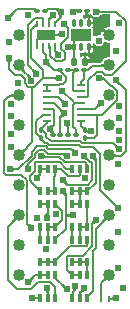
<source format=gbr>
%TF.GenerationSoftware,KiCad,Pcbnew,7.0.7*%
%TF.CreationDate,2024-02-15T01:29:39-05:00*%
%TF.ProjectId,3374_VCO,33333734-5f56-4434-9f2e-6b696361645f,0*%
%TF.SameCoordinates,PX640ad70PY37b6b20*%
%TF.FileFunction,Copper,L4,Bot*%
%TF.FilePolarity,Positive*%
%FSLAX46Y46*%
G04 Gerber Fmt 4.6, Leading zero omitted, Abs format (unit mm)*
G04 Created by KiCad (PCBNEW 7.0.7) date 2024-02-15 01:29:39*
%MOMM*%
%LPD*%
G01*
G04 APERTURE LIST*
G04 Aperture macros list*
%AMRoundRect*
0 Rectangle with rounded corners*
0 $1 Rounding radius*
0 $2 $3 $4 $5 $6 $7 $8 $9 X,Y pos of 4 corners*
0 Add a 4 corners polygon primitive as box body*
4,1,4,$2,$3,$4,$5,$6,$7,$8,$9,$2,$3,0*
0 Add four circle primitives for the rounded corners*
1,1,$1+$1,$2,$3*
1,1,$1+$1,$4,$5*
1,1,$1+$1,$6,$7*
1,1,$1+$1,$8,$9*
0 Add four rect primitives between the rounded corners*
20,1,$1+$1,$2,$3,$4,$5,0*
20,1,$1+$1,$4,$5,$6,$7,0*
20,1,$1+$1,$6,$7,$8,$9,0*
20,1,$1+$1,$8,$9,$2,$3,0*%
G04 Aperture macros list end*
%TA.AperFunction,SMDPad,CuDef*%
%ADD10R,0.250000X0.500000*%
%TD*%
%TA.AperFunction,SMDPad,CuDef*%
%ADD11R,1.600000X0.900000*%
%TD*%
%TA.AperFunction,SMDPad,CuDef*%
%ADD12RoundRect,0.050000X0.075000X0.200000X-0.075000X0.200000X-0.075000X-0.200000X0.075000X-0.200000X0*%
%TD*%
%TA.AperFunction,SMDPad,CuDef*%
%ADD13R,0.400000X0.650000*%
%TD*%
%TA.AperFunction,SMDPad,CuDef*%
%ADD14RoundRect,0.100000X-0.130000X-0.100000X0.130000X-0.100000X0.130000X0.100000X-0.130000X0.100000X0*%
%TD*%
%TA.AperFunction,SMDPad,CuDef*%
%ADD15RoundRect,0.100000X0.130000X0.100000X-0.130000X0.100000X-0.130000X-0.100000X0.130000X-0.100000X0*%
%TD*%
%TA.AperFunction,SMDPad,CuDef*%
%ADD16RoundRect,0.100000X0.100000X-0.130000X0.100000X0.130000X-0.100000X0.130000X-0.100000X-0.130000X0*%
%TD*%
%TA.AperFunction,ComponentPad*%
%ADD17C,1.016000*%
%TD*%
%TA.AperFunction,FiducialPad,Local*%
%ADD18C,1.016000*%
%TD*%
%TA.AperFunction,SMDPad,CuDef*%
%ADD19RoundRect,0.100000X-0.100000X0.130000X-0.100000X-0.130000X0.100000X-0.130000X0.100000X0.130000X0*%
%TD*%
%TA.AperFunction,SMDPad,CuDef*%
%ADD20RoundRect,0.075000X0.075000X-0.247500X0.075000X0.247500X-0.075000X0.247500X-0.075000X-0.247500X0*%
%TD*%
%TA.AperFunction,SMDPad,CuDef*%
%ADD21R,1.700000X1.010000*%
%TD*%
%TA.AperFunction,SMDPad,CuDef*%
%ADD22RoundRect,0.140000X0.140000X0.170000X-0.140000X0.170000X-0.140000X-0.170000X0.140000X-0.170000X0*%
%TD*%
%TA.AperFunction,SMDPad,CuDef*%
%ADD23R,0.774700X0.254000*%
%TD*%
%TA.AperFunction,ViaPad*%
%ADD24C,0.604800*%
%TD*%
%TA.AperFunction,Conductor*%
%ADD25C,0.152400*%
%TD*%
G04 APERTURE END LIST*
D10*
%TO.P,U5,1*%
%TO.N,Net-(R4-Pad1)*%
X4838000Y21900000D03*
%TO.P,U5,2,-*%
%TO.N,Net-(U5A--)*%
X4338000Y21900000D03*
%TO.P,U5,3,+*%
%TO.N,TRIANGLE_B*%
X3838000Y21900000D03*
%TO.P,U5,4,V-*%
%TO.N,GND*%
X3338000Y21900000D03*
%TO.P,U5,5,+*%
%TO.N,TRIANGLE_A*%
X3338000Y23800000D03*
%TO.P,U5,6,-*%
%TO.N,Net-(U5B--)*%
X3838000Y23800000D03*
%TO.P,U5,7*%
%TO.N,Net-(R5-Pad2)*%
X4338000Y23800000D03*
%TO.P,U5,8,V+*%
%TO.N,+5V*%
X4838000Y23800000D03*
D11*
%TO.P,U5,9,PAD*%
%TO.N,GND*%
X4088000Y22850000D03*
%TD*%
D12*
%TO.P,U7,1,-*%
%TO.N,GND*%
X9418200Y533400D03*
%TO.P,U7,2,+*%
%TO.N,VTC*%
X8768200Y533400D03*
%TD*%
D13*
%TO.P,Q8,1,B2*%
%TO.N,Net-(Q10A-E1)*%
X7588000Y9609600D03*
%TO.P,Q8,2,B1*%
X6938000Y9609600D03*
%TO.P,Q8,3,C1*%
X6288000Y9609600D03*
%TO.P,Q8,4,E1*%
%TO.N,Net-(Q8A-E1)*%
X6288000Y11509600D03*
%TO.P,Q8,5,E2*%
%TO.N,Net-(Q8B-E2)*%
X6938000Y11509600D03*
%TO.P,Q8,6,C2*%
%TO.N,Net-(D1A-A)*%
X7588000Y11509600D03*
%TD*%
%TO.P,Q12,1,B2*%
%TO.N,Net-(Q12A-B1)*%
X7588000Y3609600D03*
%TO.P,Q12,2,B1*%
X6938000Y3609600D03*
%TO.P,Q12,3,C1*%
X6288000Y3609600D03*
%TO.P,Q12,4,E1*%
%TO.N,Net-(Q10A-C1)*%
X6288000Y5509600D03*
%TO.P,Q12,5,E2*%
%TO.N,Net-(Q10A-B1)*%
X6938000Y5509600D03*
%TO.P,Q12,6,C2*%
%TO.N,Net-(Q12B-C2)*%
X7588000Y5509600D03*
%TD*%
D14*
%TO.P,R25,1*%
%TO.N,TRIANGLE_B*%
X5318800Y19874000D03*
%TO.P,R25,2*%
%TO.N,Net-(U6C--)*%
X5958800Y19874000D03*
%TD*%
D15*
%TO.P,C20,1*%
%TO.N,+12V*%
X5298400Y14387600D03*
%TO.P,C20,2*%
%TO.N,GND*%
X4658400Y14387600D03*
%TD*%
D13*
%TO.P,Q14,1,B2*%
%TO.N,CV_B*%
X7588000Y609600D03*
%TO.P,Q14,2,B1*%
%TO.N,GND*%
X6938000Y609600D03*
%TO.P,Q14,3,C1*%
%TO.N,Net-(Q14A-C1)*%
X6288000Y609600D03*
%TO.P,Q14,4,E1*%
%TO.N,Net-(Q14A-E1)*%
X6288000Y2509600D03*
%TO.P,Q14,5,E2*%
X6938000Y2509600D03*
%TO.P,Q14,6,C2*%
%TO.N,Net-(Q12A-B1)*%
X7588000Y2509600D03*
%TD*%
%TO.P,Q10,1,B2*%
%TO.N,Net-(Q10A-B1)*%
X7588000Y6609600D03*
%TO.P,Q10,2,B1*%
X6938000Y6609600D03*
%TO.P,Q10,3,C1*%
%TO.N,Net-(Q10A-C1)*%
X6288000Y6609600D03*
%TO.P,Q10,4,E1*%
%TO.N,Net-(Q10A-E1)*%
X6288000Y8509600D03*
%TO.P,Q10,5,E2*%
X6938000Y8509600D03*
%TO.P,Q10,6,C2*%
%TO.N,Net-(Q10A-B1)*%
X7588000Y8509600D03*
%TD*%
%TO.P,Q15,1,B2*%
%TO.N,CV_A*%
X4888000Y609600D03*
%TO.P,Q15,2,B1*%
%TO.N,GND*%
X4238000Y609600D03*
%TO.P,Q15,3,C1*%
%TO.N,Net-(Q15A-C1)*%
X3588000Y609600D03*
%TO.P,Q15,4,E1*%
%TO.N,Net-(Q15A-E1)*%
X3588000Y2509600D03*
%TO.P,Q15,5,E2*%
X4238000Y2509600D03*
%TO.P,Q15,6,C2*%
%TO.N,Net-(Q15B-C2)*%
X4888000Y2509600D03*
%TD*%
D16*
%TO.P,C18,1*%
%TO.N,Net-(Q14A-C1)*%
X3657600Y14169200D03*
%TO.P,C18,2*%
%TO.N,Net-(C18-Pad2)*%
X3657600Y14809200D03*
%TD*%
D17*
%TO.P,J2,1,Pin_1*%
%TO.N,-5V*%
X1778000Y22860000D03*
%TO.P,J2,2,Pin_2*%
%TO.N,SAWTOOTH_A*%
X1778000Y20320000D03*
%TO.P,J2,3,Pin_3*%
%TO.N,SYNC_A*%
X1778000Y17780000D03*
%TO.P,J2,4,Pin_4*%
%TO.N,VTH_A*%
X1778000Y15240000D03*
%TO.P,J2,5,Pin_5*%
%TO.N,TRIANGLE_A*%
X1778000Y12700000D03*
%TO.P,J2,6,Pin_6*%
%TO.N,CF_A*%
X1778000Y10160000D03*
D18*
%TO.P,J2,7,Pin_7*%
%TO.N,CV_A*%
X1778000Y7620000D03*
D17*
%TO.P,J2,8,Pin_8*%
%TO.N,IREF_A*%
X1778000Y5080000D03*
%TO.P,J2,9,Pin_9*%
%TO.N,GND*%
X1778000Y2540000D03*
%TD*%
D19*
%TO.P,R26,1*%
%TO.N,Net-(D1A-K)*%
X7366000Y14809200D03*
%TO.P,R26,2*%
%TO.N,Net-(U6D--)*%
X7366000Y14169200D03*
%TD*%
D13*
%TO.P,Q9,1,B2*%
%TO.N,Net-(Q8B-E2)*%
X4888000Y9609600D03*
%TO.P,Q9,2,B1*%
X4238000Y9609600D03*
%TO.P,Q9,3,C1*%
%TO.N,Net-(Q8A-E1)*%
X3588000Y9609600D03*
%TO.P,Q9,4,E1*%
%TO.N,+12V*%
X3588000Y11509600D03*
%TO.P,Q9,5,E2*%
X4238000Y11509600D03*
%TO.P,Q9,6,C2*%
%TO.N,Net-(Q8B-E2)*%
X4888000Y11509600D03*
%TD*%
D15*
%TO.P,C15,1*%
%TO.N,+12V*%
X7533600Y24900000D03*
%TO.P,C15,2*%
%TO.N,GND*%
X6893600Y24900000D03*
%TD*%
D13*
%TO.P,Q13,1,B2*%
%TO.N,Net-(Q12B-C2)*%
X4888000Y3609600D03*
%TO.P,Q13,2,B1*%
X4238000Y3609600D03*
%TO.P,Q13,3,C1*%
X3588000Y3609600D03*
%TO.P,Q13,4,E1*%
%TO.N,Net-(Q11A-C1)*%
X3588000Y5509600D03*
%TO.P,Q13,5,E2*%
%TO.N,Net-(Q11A-B1)*%
X4238000Y5509600D03*
%TO.P,Q13,6,C2*%
%TO.N,Net-(D1B-K)*%
X4888000Y5509600D03*
%TD*%
D20*
%TO.P,U4,1,VO*%
%TO.N,+5V*%
X7738000Y21822500D03*
%TO.P,U4,2,NC*%
%TO.N,unconnected-(U4-NC-Pad2)*%
X7088000Y21822500D03*
%TO.P,U4,3,GND*%
%TO.N,GND*%
X6438000Y21822500D03*
%TO.P,U4,4,NC*%
%TO.N,unconnected-(U4-NC-Pad4)*%
X6438000Y23877500D03*
%TO.P,U4,5,NC*%
%TO.N,unconnected-(U4-NC-Pad5)*%
X7088000Y23877500D03*
%TO.P,U4,6,VI*%
%TO.N,+12V*%
X7738000Y23877500D03*
D21*
%TO.P,U4,7,GND*%
%TO.N,GND*%
X7088000Y22850000D03*
%TD*%
D15*
%TO.P,C16,1*%
%TO.N,+5V*%
X4003000Y24900000D03*
%TO.P,C16,2*%
%TO.N,GND*%
X3363000Y24900000D03*
%TD*%
D14*
%TO.P,C19,1*%
%TO.N,GND*%
X5979200Y14387600D03*
%TO.P,C19,2*%
%TO.N,-5V*%
X6619200Y14387600D03*
%TD*%
%TO.P,R24,1*%
%TO.N,Net-(U6C--)*%
X6639600Y19874000D03*
%TO.P,R24,2*%
%TO.N,SAWTOOTH_B*%
X7279600Y19874000D03*
%TD*%
D17*
%TO.P,J1,1,Pin_1*%
%TO.N,+12V*%
X9398000Y22860000D03*
%TO.P,J1,2,Pin_2*%
%TO.N,SAWTOOTH_B*%
X9398000Y20320000D03*
%TO.P,J1,3,Pin_3*%
%TO.N,unconnected-(J1-Pin_3-Pad3)*%
X9398000Y17780000D03*
%TO.P,J1,4,Pin_4*%
%TO.N,VTH_B*%
X9398000Y15240000D03*
%TO.P,J1,5,Pin_5*%
%TO.N,TRIANGLE_B*%
X9398000Y12700000D03*
%TO.P,J1,6,Pin_6*%
%TO.N,CF_B*%
X9398000Y10160000D03*
%TO.P,J1,7,Pin_7*%
%TO.N,CV_B*%
X9398000Y7620000D03*
%TO.P,J1,8,Pin_8*%
%TO.N,IREF_B*%
X9398000Y5080000D03*
%TO.P,J1,9,Pin_9*%
%TO.N,VTC*%
X9398000Y2540000D03*
%TD*%
D22*
%TO.P,C17,1*%
%TO.N,+5V*%
X7388800Y20585200D03*
%TO.P,C17,2*%
%TO.N,GND*%
X6428800Y20585200D03*
%TD*%
D13*
%TO.P,Q11,1,B2*%
%TO.N,Net-(Q11A-B1)*%
X4888000Y6609600D03*
%TO.P,Q11,2,B1*%
X4238000Y6609600D03*
%TO.P,Q11,3,C1*%
%TO.N,Net-(Q11A-C1)*%
X3588000Y6609600D03*
%TO.P,Q11,4,E1*%
%TO.N,-5V*%
X3588000Y8509600D03*
%TO.P,Q11,5,E2*%
X4238000Y8509600D03*
%TO.P,Q11,6,C2*%
%TO.N,Net-(Q11A-B1)*%
X4888000Y8509600D03*
%TD*%
D23*
%TO.P,U6,1*%
%TO.N,Net-(C18-Pad2)*%
X4146550Y15609222D03*
%TO.P,U6,2,-*%
%TO.N,Net-(Q14A-C1)*%
X4146550Y16109348D03*
%TO.P,U6,3,+*%
%TO.N,GND*%
X4146550Y16609474D03*
%TO.P,U6,4,V+*%
%TO.N,+12V*%
X4146550Y17109600D03*
%TO.P,U6,5,+*%
%TO.N,Net-(D1B-K)*%
X4146550Y17609726D03*
%TO.P,U6,6,-*%
%TO.N,TRIANGLE_B*%
X4146550Y18109852D03*
%TO.P,U6,7*%
X4146550Y18609978D03*
%TO.P,U6,8*%
%TO.N,SAWTOOTH_B*%
X7029450Y18609978D03*
%TO.P,U6,9,-*%
%TO.N,Net-(U6C--)*%
X7029450Y18109852D03*
%TO.P,U6,10,+*%
%TO.N,Net-(U6C-+)*%
X7029450Y17609726D03*
%TO.P,U6,11,V-*%
%TO.N,-5V*%
X7029450Y17109600D03*
%TO.P,U6,12,+*%
%TO.N,Net-(U6D-+)*%
X7029450Y16609474D03*
%TO.P,U6,13,-*%
%TO.N,Net-(U6D--)*%
X7029450Y16109348D03*
%TO.P,U6,14*%
%TO.N,Net-(D1A-K)*%
X7029450Y15609222D03*
%TD*%
D24*
%TO.N,+12V*%
X5613194Y16237387D03*
X1115200Y13411200D03*
X3311560Y10714202D03*
X4923700Y7719600D03*
X10248474Y13990074D03*
X7422723Y10724877D03*
%TO.N,GND*%
X10293200Y14745876D03*
X1115200Y14484600D03*
X3350430Y7399600D03*
X1748720Y18796123D03*
X4218000Y1409600D03*
X10273443Y23837043D03*
X10304347Y16803287D03*
X10007600Y584200D03*
X10187998Y11939600D03*
X886600Y24260702D03*
X6353796Y24844996D03*
X965212Y22301200D03*
X10151962Y3137969D03*
X5882492Y15429600D03*
X4411340Y14927961D03*
X5423146Y22968932D03*
X10157600Y6208800D03*
X1161523Y17041094D03*
X5977733Y21830233D03*
X7328000Y1399600D03*
X10010000Y21540000D03*
%TO.N,-5V*%
X8572351Y22365703D03*
X4148778Y7388902D03*
X4118500Y4730298D03*
X5440793Y18143626D03*
%TO.N,+5V*%
X10298000Y15827404D03*
X8304228Y21094527D03*
X2585572Y24513400D03*
X5359400Y24841200D03*
X1161500Y15989353D03*
X10617200Y1422400D03*
%TO.N,Net-(Q10A-E1)*%
X8078000Y12599600D03*
%TO.N,SAWTOOTH_A*%
X2815796Y18996800D03*
%TO.N,SYNC_A*%
X2849008Y6521558D03*
%TO.N,TRIANGLE_A*%
X5183317Y19203823D03*
X965200Y20878800D03*
%TO.N,Net-(Q15A-C1)*%
X2933698Y584200D03*
X5894747Y12594755D03*
X2565400Y11506200D03*
%TO.N,TRIANGLE_B*%
X10007600Y19047600D03*
X4114800Y20534400D03*
%TO.N,Net-(C9-Pad2)*%
X6589631Y12895574D03*
X1070300Y11526249D03*
%TO.N,Net-(Q14A-C1)*%
X6558355Y1641714D03*
X10210800Y8178800D03*
%TO.N,Net-(C18-Pad2)*%
X10278000Y13189596D03*
%TO.N,Net-(Q14A-E1)*%
X8331200Y7224800D03*
%TO.N,Net-(Q15B-C2)*%
X5858743Y1328857D03*
%TO.N,Net-(Q15A-E1)*%
X2585629Y1904836D03*
%TO.N,Net-(R4-Pad1)*%
X5136000Y21170070D03*
%TO.N,Net-(U6D--)*%
X8607941Y19224066D03*
%TO.N,Net-(D1A-K)*%
X7873994Y14713000D03*
X5560200Y10553897D03*
X7311075Y12604986D03*
%TO.N,Net-(R5-Pad2)*%
X4657904Y24516258D03*
%TO.N,Net-(U6D-+)*%
X8716784Y17092322D03*
%TO.N,Net-(D1B-K)*%
X5567992Y9669600D03*
X5691644Y17041638D03*
X6350000Y7580400D03*
%TO.N,Net-(D1A-A)*%
X3710061Y12594200D03*
%TO.N,Net-(U5B--)*%
X3288391Y19587923D03*
%TO.N,Net-(U6C-+)*%
X8338335Y24835281D03*
%TO.N,Net-(U5A--)*%
X5638798Y23774400D03*
%TD*%
D25*
%TO.N,TRIANGLE_A*%
X3819391Y19915409D02*
X3819391Y19278031D01*
X3338000Y23759600D02*
X2852844Y23274444D01*
X2852844Y23274444D02*
X2852844Y20881956D01*
X2852844Y20881956D02*
X3819391Y19915409D01*
X3338000Y23800000D02*
X3338000Y23759600D01*
%TO.N,Net-(U5A--)*%
X5998000Y22723448D02*
X5998000Y23415198D01*
X5998000Y23415198D02*
X5638798Y23774400D01*
X5397000Y22122448D02*
X5998000Y22723448D01*
X5397000Y21660018D02*
X5397000Y22122448D01*
X5667000Y21390018D02*
X5397000Y21660018D01*
X5667000Y20854351D02*
X5667000Y21390018D01*
X5437449Y20624800D02*
X5667000Y20854351D01*
X4914551Y20624800D02*
X5437449Y20624800D01*
X4338000Y21900000D02*
X4419600Y21818400D01*
X4419600Y21818400D02*
X4419600Y21119751D01*
X4419600Y21119751D02*
X4914551Y20624800D01*
%TO.N,+12V*%
X4740981Y17109600D02*
X5613194Y16237387D01*
X4238000Y11509600D02*
X3588000Y11509600D01*
X9398000Y22860000D02*
X8380500Y23877500D01*
X3588000Y11509600D02*
X3588000Y10990642D01*
X5298400Y14387600D02*
X5298400Y15922593D01*
X3588000Y10990642D02*
X3311560Y10714202D01*
X7738000Y23877500D02*
X7738000Y24418400D01*
X7738000Y24418400D02*
X7559000Y24597400D01*
X7559000Y24597400D02*
X7559000Y25000000D01*
X8380500Y23877500D02*
X7738000Y23877500D01*
X4146550Y17109600D02*
X4740981Y17109600D01*
X5298400Y15922593D02*
X5613194Y16237387D01*
%TO.N,GND*%
X3738000Y22850000D02*
X3338000Y22450000D01*
X6438000Y21822500D02*
X5985466Y21822500D01*
X9418200Y533400D02*
X9956800Y533400D01*
X6438000Y21822500D02*
X6438000Y20594400D01*
X4658400Y14680901D02*
X4411340Y14927961D01*
X5985466Y21822500D02*
X5977733Y21830233D01*
X3363000Y24900000D02*
X3218600Y25044400D01*
X4658400Y14438400D02*
X4658400Y14680901D01*
X6938000Y1009600D02*
X7328000Y1399600D01*
X4762500Y15279121D02*
X4411340Y14927961D01*
X6938000Y609600D02*
X6938000Y1009600D01*
X5979200Y15332892D02*
X5882492Y15429600D01*
X5304214Y22850000D02*
X4088000Y22850000D01*
X5423146Y22968932D02*
X5304214Y22850000D01*
X9956800Y533400D02*
X10007600Y584200D01*
X4686300Y16609474D02*
X4762500Y16533274D01*
X6438000Y20594400D02*
X6428800Y20585200D01*
X4762500Y16533274D02*
X4762500Y15279121D01*
X3218600Y25044400D02*
X1670298Y25044400D01*
X4146550Y16609474D02*
X4686300Y16609474D01*
X4238000Y1389600D02*
X4218000Y1409600D01*
X4238000Y609600D02*
X4238000Y1389600D01*
X6438000Y22592400D02*
X6438000Y21822500D01*
X3338000Y22450000D02*
X3338000Y21900000D01*
X5885400Y15426692D02*
X5882492Y15429600D01*
X5882492Y15354502D02*
X5882492Y15429600D01*
X1670298Y25044400D02*
X886600Y24260702D01*
X6508800Y25000000D02*
X6353796Y24844996D01*
X5979200Y14387600D02*
X5979200Y15332892D01*
X6919000Y25000000D02*
X6508800Y25000000D01*
X5885400Y15350820D02*
X5885400Y15426692D01*
X9418200Y544600D02*
X9443600Y519200D01*
%TO.N,-5V*%
X4148778Y7388902D02*
X4238000Y7478124D01*
X6430450Y17050350D02*
X6413500Y17033400D01*
X4238000Y8509600D02*
X3588000Y8509600D01*
X6413500Y15066989D02*
X6619200Y14861289D01*
X6430450Y17050350D02*
X6489700Y17109600D01*
X4238000Y7478124D02*
X4238000Y8509600D01*
X6430450Y17050350D02*
X6430450Y17153969D01*
X6430450Y17153969D02*
X5440793Y18143626D01*
X6489700Y17109600D02*
X7029450Y17109600D01*
X6619200Y14861289D02*
X6619200Y14387600D01*
X6413500Y17033400D02*
X6413500Y15066989D01*
%TO.N,+5V*%
X7279600Y20709600D02*
X7378600Y20610600D01*
X4838000Y23888000D02*
X5359400Y24409400D01*
X4003000Y24900000D02*
X4149758Y25046758D01*
X5359400Y24409400D02*
X5359400Y24841200D01*
X7993473Y21094527D02*
X8304228Y21094527D01*
X7738000Y21350000D02*
X7993473Y21094527D01*
X7910701Y20701000D02*
X7504600Y20701000D01*
X7504600Y20701000D02*
X7388800Y20585200D01*
X7910701Y20701000D02*
X8304228Y21094527D01*
X7738000Y21822500D02*
X7738000Y21350000D01*
X5153842Y25046758D02*
X5359400Y24841200D01*
X4149758Y25046758D02*
X5153842Y25046758D01*
%TO.N,VTC*%
X8768200Y544600D02*
X8768200Y1819800D01*
X8768200Y1819800D02*
X9398000Y2449600D01*
%TO.N,Net-(Q10A-E1)*%
X8321400Y10343000D02*
X8321400Y12356200D01*
X6938000Y9609600D02*
X6288000Y9609600D01*
X7588000Y9609600D02*
X8321400Y10343000D01*
X6938000Y8509600D02*
X6288000Y8509600D01*
X7588000Y9609600D02*
X6938000Y9609600D01*
X6938000Y8509600D02*
X6938000Y9609600D01*
X8321400Y12356200D02*
X8078000Y12599600D01*
%TO.N,SAWTOOTH_A*%
X2815796Y19179856D02*
X2815796Y18996800D01*
X1778000Y19975600D02*
X2020052Y19975600D01*
X2020052Y19975600D02*
X2815796Y19179856D01*
%TO.N,SYNC_A*%
X2009551Y10995249D02*
X688997Y10995249D01*
X539800Y11144446D02*
X539800Y17253000D01*
X688997Y10995249D02*
X539800Y11144446D01*
X539800Y17253000D02*
X976400Y17689600D01*
X2463800Y10541000D02*
X2009551Y10995249D01*
X2463800Y10439400D02*
X2463800Y10541000D01*
X2849008Y6521558D02*
X2514600Y6855966D01*
X2514600Y6855966D02*
X2514600Y10388600D01*
X2514600Y10388600D02*
X2463800Y10439400D01*
X976400Y17689600D02*
X1778000Y17689600D01*
%TO.N,TRIANGLE_A*%
X3893599Y19203823D02*
X5183317Y19203823D01*
X965200Y20000690D02*
X1484090Y19481800D01*
X965200Y20788400D02*
X965200Y20000690D01*
X1778000Y12609600D02*
X2924200Y13755800D01*
X2571800Y18465800D02*
X3048000Y18465800D01*
X1484090Y19481800D02*
X1955800Y19481800D01*
X3819391Y19237191D02*
X3819391Y19278031D01*
X2279220Y18758380D02*
X2571800Y18465800D01*
X2924200Y13755800D02*
X2924200Y18458759D01*
X3819391Y19278031D02*
X3893599Y19203823D01*
X1955800Y19481800D02*
X2279220Y19158380D01*
X2279220Y19158380D02*
X2279220Y18758380D01*
X3048000Y18465800D02*
X3819391Y19237191D01*
%TO.N,CV_A*%
X863600Y2094000D02*
X863600Y6615200D01*
X4888000Y609600D02*
X4888000Y1490548D01*
X863600Y6615200D02*
X1778000Y7529600D01*
X4888000Y1490548D02*
X4437948Y1940600D01*
X1625600Y1332000D02*
X863600Y2094000D01*
X3408888Y1940600D02*
X2800288Y1332000D01*
X4437948Y1940600D02*
X3408888Y1940600D01*
X2800288Y1332000D02*
X1625600Y1332000D01*
%TO.N,SAWTOOTH_B*%
X7029450Y18840450D02*
X7279600Y19090600D01*
X7279600Y19090600D02*
X7279600Y19874000D01*
X7279600Y19874000D02*
X7620000Y19874000D01*
X7029450Y18609978D02*
X7029450Y18840450D01*
X7620000Y19874000D02*
X7975600Y20229600D01*
X7975600Y20229600D02*
X9398000Y20229600D01*
%TO.N,Net-(Q15A-C1)*%
X3930009Y13125200D02*
X3490113Y13125200D01*
X5894747Y12594755D02*
X5673874Y12815628D01*
X3490113Y13125200D02*
X3179061Y12814148D01*
X2565400Y11900252D02*
X2565400Y11506200D01*
X3179061Y12513913D02*
X2565400Y11900252D01*
X2959098Y609600D02*
X3588000Y609600D01*
X3179061Y12814148D02*
X3179061Y12513913D01*
X5673874Y12815628D02*
X4239581Y12815628D01*
X4239581Y12815628D02*
X3930009Y13125200D01*
X2933698Y584200D02*
X2959098Y609600D01*
%TO.N,TRIANGLE_B*%
X4114800Y21158200D02*
X4114800Y20534400D01*
X5220845Y18674626D02*
X5553974Y18674626D01*
X10458948Y12609600D02*
X10845800Y12996452D01*
X4146550Y18109852D02*
X4146550Y18609978D01*
X9398000Y12609600D02*
X10458948Y12609600D01*
X3838000Y21435000D02*
X4114800Y21158200D01*
X5553974Y18674626D02*
X5809000Y18929652D01*
X5318800Y19874000D02*
X4775200Y19874000D01*
X3838000Y21900000D02*
X3838000Y21435000D01*
X4033200Y20616000D02*
X4114800Y20534400D01*
X4146550Y18609978D02*
X5156197Y18609978D01*
X5809000Y19329089D02*
X5318800Y19819289D01*
X5809000Y18929652D02*
X5809000Y19329089D01*
X5156197Y18609978D02*
X5220845Y18674626D01*
X4775200Y19874000D02*
X4033200Y20616000D01*
X10845800Y18209400D02*
X10007600Y19047600D01*
X10845800Y12996452D02*
X10845800Y18209400D01*
%TO.N,CV_B*%
X8061800Y4570148D02*
X8321400Y4829748D01*
X8061800Y1151800D02*
X8061800Y4570148D01*
X8321400Y4829748D02*
X8321400Y6453000D01*
X7588000Y678000D02*
X8061800Y1151800D01*
X8321400Y6453000D02*
X9398000Y7529600D01*
%TO.N,Net-(C9-Pad2)*%
X4056261Y13430000D02*
X4245661Y13240600D01*
X4245661Y13240600D02*
X6244605Y13240600D01*
X1070300Y11526249D02*
X1760345Y11526249D01*
X1760345Y11526249D02*
X2874261Y12640165D01*
X2874261Y12940400D02*
X3363861Y13430000D01*
X3363861Y13430000D02*
X4056261Y13430000D01*
X2874261Y12640165D02*
X2874261Y12940400D01*
X6244605Y13240600D02*
X6589631Y12895574D01*
%TO.N,Net-(Q14A-C1)*%
X6367335Y688935D02*
X6367335Y1089189D01*
X4371913Y13545400D02*
X6864037Y13545400D01*
X3229000Y14543089D02*
X4037289Y13734800D01*
X3229000Y15533800D02*
X3229000Y14543089D01*
X8661400Y9728200D02*
X10210800Y8178800D01*
X6864037Y13545400D02*
X7023637Y13385800D01*
X6558355Y1280209D02*
X6558355Y1641714D01*
X4037289Y13734800D02*
X4182513Y13734800D01*
X6367335Y1089189D02*
X6558355Y1280209D01*
X8092180Y13385800D02*
X8661400Y12816580D01*
X4146550Y16109348D02*
X3804548Y16109348D01*
X3804548Y16109348D02*
X3229000Y15533800D01*
X8661400Y12816580D02*
X8661400Y9728200D01*
X4182513Y13734800D02*
X4371913Y13545400D01*
X7023637Y13385800D02*
X8092180Y13385800D01*
%TO.N,Net-(C18-Pad2)*%
X4498165Y13850200D02*
X6990289Y13850200D01*
X4146550Y15609222D02*
X4146550Y15424150D01*
X3657600Y14861953D02*
X3891753Y14627800D01*
X6990289Y13850200D02*
X7129889Y13710600D01*
X3891753Y14627800D02*
X3893711Y14627800D01*
X4086200Y14262165D02*
X4498165Y13850200D01*
X4146550Y15424150D02*
X3657600Y14935200D01*
X4086200Y14435311D02*
X4086200Y14262165D01*
X7129889Y13710600D02*
X9756996Y13710600D01*
X3893711Y14627800D02*
X4086200Y14435311D01*
X3657600Y14935200D02*
X3657600Y14861953D01*
X9756996Y13710600D02*
X10278000Y13189596D01*
%TO.N,Net-(Q11A-B1)*%
X4238000Y5509600D02*
X4238000Y6609600D01*
X5454200Y7175800D02*
X4888000Y6609600D01*
X4888000Y8509600D02*
X5454200Y7943400D01*
X5454200Y7943400D02*
X5454200Y7175800D01*
X4238000Y6609600D02*
X4888000Y6609600D01*
%TO.N,Net-(Q10A-B1)*%
X6938000Y6609600D02*
X7588000Y6609600D01*
X7588000Y6609600D02*
X7588000Y8509600D01*
X6938000Y5509600D02*
X6938000Y6609600D01*
%TO.N,Net-(Q10A-C1)*%
X6288000Y5509600D02*
X6288000Y6609600D01*
%TO.N,Net-(Q12A-B1)*%
X7588000Y2509600D02*
X7588000Y3609600D01*
X6938000Y3609600D02*
X6288000Y3609600D01*
X7588000Y3609600D02*
X6938000Y3609600D01*
%TO.N,Net-(Q14A-E1)*%
X8331200Y7224800D02*
X8016600Y6910200D01*
X5859400Y4163200D02*
X5859400Y2938200D01*
X8016600Y6910200D02*
X8016600Y4956000D01*
X5859400Y2938200D02*
X6288000Y2509600D01*
X7223800Y4163200D02*
X5859400Y4163200D01*
X8016600Y4956000D02*
X7223800Y4163200D01*
X6938000Y2509600D02*
X6288000Y2509600D01*
%TO.N,Net-(Q15B-C2)*%
X5858743Y1328857D02*
X5845143Y1328857D01*
X5845143Y1328857D02*
X4888000Y2286000D01*
%TO.N,Net-(Q8A-E1)*%
X2768600Y10932097D02*
X3159400Y11322897D01*
X2768600Y10565652D02*
X2768600Y10932097D01*
X2819400Y10435541D02*
X2819400Y10514852D01*
X5796198Y11509600D02*
X6288000Y11509600D01*
X2819400Y10514852D02*
X2768600Y10565652D01*
X3159400Y11322897D02*
X3159400Y12063200D01*
X5242598Y12063200D02*
X5796198Y11509600D01*
X3159400Y12063200D02*
X5242598Y12063200D01*
X3520341Y9734600D02*
X2819400Y10435541D01*
%TO.N,Net-(Q8B-E2)*%
X4888000Y11509600D02*
X4888000Y10959600D01*
X4888000Y10959600D02*
X4805394Y10876994D01*
X5365146Y11509600D02*
X4888000Y11509600D01*
X4238000Y9609600D02*
X4888000Y9609600D01*
X4805394Y10876994D02*
X4805394Y9692206D01*
X6861800Y10956000D02*
X5918746Y10956000D01*
X6938000Y11032200D02*
X6861800Y10956000D01*
X5918746Y10956000D02*
X5365146Y11509600D01*
X6938000Y11509600D02*
X6938000Y11032200D01*
%TO.N,Net-(Q11A-C1)*%
X3588000Y5509600D02*
X3588000Y6609600D01*
%TO.N,Net-(Q12B-C2)*%
X4888000Y3609600D02*
X4238000Y3609600D01*
X7511800Y4956000D02*
X7588000Y5032200D01*
X4238000Y3609600D02*
X3588000Y3609600D01*
X4888000Y3734600D02*
X6109400Y4956000D01*
X7588000Y5032200D02*
X7588000Y5509600D01*
X6109400Y4956000D02*
X7511800Y4956000D01*
%TO.N,Net-(Q15A-E1)*%
X4238000Y2509600D02*
X3588000Y2509600D01*
X3588000Y2509600D02*
X3190393Y2509600D01*
X3190393Y2509600D02*
X2585629Y1904836D01*
%TO.N,Net-(R4-Pad1)*%
X4838000Y21468070D02*
X5136000Y21170070D01*
X4838000Y21900000D02*
X4838000Y21468070D01*
%TO.N,Net-(U6D--)*%
X8859458Y16109348D02*
X10134600Y17384490D01*
X8432800Y16109348D02*
X8859458Y16109348D01*
X7029450Y16109348D02*
X8432800Y16109348D01*
X10134600Y18085110D02*
X9703110Y18516600D01*
X8190354Y14159600D02*
X8432800Y14402046D01*
X8432800Y14402046D02*
X8432800Y16109348D01*
X9703110Y18516600D02*
X9612710Y18516600D01*
X9612710Y18516600D02*
X8905244Y19224066D01*
X10134600Y17384490D02*
X10134600Y18085110D01*
X8905244Y19224066D02*
X8607941Y19224066D01*
X7406000Y14159600D02*
X8190354Y14159600D01*
%TO.N,Net-(D1A-K)*%
X7462200Y14713000D02*
X7873994Y14713000D01*
X7029450Y15145750D02*
X7366000Y14809200D01*
X5950897Y10163200D02*
X7612000Y10163200D01*
X5560200Y10553897D02*
X5950897Y10163200D01*
X7852861Y12063200D02*
X7311075Y12604986D01*
X7612000Y10163200D02*
X8016600Y10567800D01*
X8016600Y12063200D02*
X7852861Y12063200D01*
X7029450Y15609222D02*
X7029450Y15145750D01*
X8016600Y10567800D02*
X8016600Y12063200D01*
%TO.N,Net-(R5-Pad2)*%
X4338000Y24196354D02*
X4338000Y23800000D01*
X4657904Y24516258D02*
X4338000Y24196354D01*
%TO.N,Net-(U6D-+)*%
X8233936Y16609474D02*
X7029450Y16609474D01*
X8716784Y17092322D02*
X8233936Y16609474D01*
%TO.N,Net-(D1B-K)*%
X5798000Y7580400D02*
X5778000Y7600400D01*
X5691644Y17041638D02*
X5123556Y17609726D01*
X5123556Y17609726D02*
X4146550Y17609726D01*
X5778000Y9459592D02*
X5567992Y9669600D01*
X5778000Y7600400D02*
X5778000Y9459592D01*
X6350000Y7580400D02*
X5798000Y7580400D01*
X5778000Y6449600D02*
X4888000Y5559600D01*
X5778000Y7560400D02*
X5778000Y6449600D01*
%TO.N,Net-(D1A-A)*%
X7588000Y11509600D02*
X7588000Y11841800D01*
X5230553Y12508000D02*
X3796261Y12508000D01*
X5675313Y12063240D02*
X5230553Y12508000D01*
X7588000Y11841800D02*
X7366560Y12063240D01*
X7366560Y12063240D02*
X5675313Y12063240D01*
X3796261Y12508000D02*
X3710061Y12594200D01*
%TO.N,Net-(U6C--)*%
X7029450Y18109852D02*
X6489700Y18109852D01*
X6413500Y19647900D02*
X6639600Y19874000D01*
X6413500Y18186052D02*
X6413500Y19647900D01*
X5958800Y19874000D02*
X6639600Y19874000D01*
X6489700Y18109852D02*
X6413500Y18186052D01*
%TO.N,Net-(U5B--)*%
X2548044Y23710044D02*
X2548044Y20328270D01*
X3142815Y24304815D02*
X2548044Y23710044D01*
X3838000Y23800000D02*
X3838000Y24267511D01*
X3800696Y24304815D02*
X3142815Y24304815D01*
X2548044Y20328270D02*
X3288391Y19587923D01*
X3838000Y24267511D02*
X3800696Y24304815D01*
%TO.N,Net-(U6C-+)*%
X8387993Y19755066D02*
X7645400Y19012473D01*
X8827889Y19755066D02*
X8387993Y19755066D01*
X9089955Y19493000D02*
X8827889Y19755066D01*
X10026168Y24835281D02*
X10844200Y24017249D01*
X10844200Y24017249D02*
X10844200Y20634090D01*
X8338335Y24835281D02*
X10026168Y24835281D01*
X10844200Y20634090D02*
X9703110Y19493000D01*
X9703110Y19493000D02*
X9089955Y19493000D01*
X7645400Y19012473D02*
X7645400Y17685926D01*
X7569200Y17609726D02*
X7029450Y17609726D01*
X7645400Y17685926D02*
X7569200Y17609726D01*
%TD*%
%TA.AperFunction,Conductor*%
%TO.N,Net-(D1A-K)*%
G36*
X7626303Y14857881D02*
G01*
X7857639Y14723110D01*
X7863062Y14715984D01*
X7861859Y14707110D01*
X7857639Y14702890D01*
X7626303Y14568120D01*
X7617429Y14566917D01*
X7611222Y14570990D01*
X7604272Y14579813D01*
X7604271Y14579814D01*
X7581592Y14599259D01*
X7550007Y14617675D01*
X7510032Y14631409D01*
X7510022Y14631411D01*
X7472590Y14635630D01*
X7464752Y14639962D01*
X7462200Y14647256D01*
X7462200Y14778746D01*
X7465627Y14787019D01*
X7472587Y14790372D01*
X7510032Y14794592D01*
X7540300Y14829558D01*
X7548307Y14833570D01*
X7549147Y14833600D01*
X7581594Y14833600D01*
X7581595Y14833600D01*
X7604273Y14846190D01*
X7611222Y14855012D01*
X7619034Y14859389D01*
X7626303Y14857881D01*
G37*
%TD.AperFunction*%
%TD*%
%TA.AperFunction,Conductor*%
%TO.N,Net-(Q15A-E1)*%
G36*
X2967441Y2378339D02*
G01*
X3059130Y2286650D01*
X3062557Y2278377D01*
X3059366Y2270347D01*
X2997254Y2204533D01*
X2940296Y2135070D01*
X2940290Y2135062D01*
X2898877Y2072790D01*
X2875601Y2020287D01*
X2875599Y2020281D01*
X2873585Y1988548D01*
X2869641Y1980508D01*
X2864893Y1977976D01*
X2604340Y1909252D01*
X2595466Y1910455D01*
X2590043Y1917581D01*
X2590043Y1923545D01*
X2658768Y2184104D01*
X2664191Y2191229D01*
X2669339Y2192795D01*
X2673417Y2193054D01*
X2701071Y2194810D01*
X2701073Y2194811D01*
X2701076Y2194811D01*
X2753581Y2218088D01*
X2815851Y2259498D01*
X2815852Y2259500D01*
X2815855Y2259501D01*
X2885322Y2316460D01*
X2951141Y2378577D01*
X2959506Y2381761D01*
X2967441Y2378339D01*
G37*
%TD.AperFunction*%
%TD*%
%TA.AperFunction,Conductor*%
%TO.N,Net-(Q15A-C1)*%
G36*
X3071234Y787608D02*
G01*
X3075348Y786426D01*
X3124200Y762000D01*
X3175000Y736600D01*
X3175003Y736599D01*
X3247632Y711200D01*
X3311226Y685800D01*
X3311227Y685800D01*
X3378960Y685800D01*
X3387233Y682373D01*
X3390660Y674100D01*
X3390660Y546083D01*
X3387233Y537810D01*
X3378960Y534383D01*
X3378019Y534421D01*
X3294291Y541178D01*
X3293580Y541280D01*
X3210001Y558520D01*
X3209744Y558579D01*
X3140309Y576287D01*
X3140308Y576288D01*
X3140301Y576289D01*
X3105171Y582238D01*
X3087026Y585311D01*
X3087025Y585311D01*
X3087024Y585311D01*
X3059033Y578296D01*
X3050175Y579609D01*
X3047132Y582238D01*
X2880619Y785854D01*
X2878034Y794428D01*
X2882269Y802318D01*
X2890791Y804908D01*
X3071234Y787608D01*
G37*
%TD.AperFunction*%
%TD*%
%TA.AperFunction,Conductor*%
%TO.N,Net-(U5A--)*%
G36*
X5664658Y23832179D02*
G01*
X5903838Y23703763D01*
X5909506Y23696831D01*
X5910000Y23693777D01*
X5910854Y23662707D01*
X5910854Y23662706D01*
X5936890Y23610015D01*
X5973260Y23542408D01*
X5973559Y23541760D01*
X6005489Y23459818D01*
X6006172Y23457208D01*
X6017928Y23374044D01*
X6015693Y23365372D01*
X6007981Y23360821D01*
X6004977Y23360786D01*
X5948367Y23367440D01*
X5940599Y23371749D01*
X5892801Y23431464D01*
X5892800Y23431465D01*
X5806228Y23483366D01*
X5750143Y23517163D01*
X5750140Y23517165D01*
X5695543Y23535305D01*
X5695541Y23535306D01*
X5695539Y23535306D01*
X5666136Y23538998D01*
X5658356Y23543428D01*
X5655901Y23550239D01*
X5647430Y23821508D01*
X5650597Y23829882D01*
X5658759Y23833565D01*
X5664658Y23832179D01*
G37*
%TD.AperFunction*%
%TD*%
%TA.AperFunction,Conductor*%
%TO.N,GND*%
G36*
X5148228Y23060893D02*
G01*
X5404914Y22975342D01*
X5411680Y22969475D01*
X5412315Y22960543D01*
X5408976Y22955486D01*
X5205354Y22774997D01*
X5196890Y22772074D01*
X5192458Y22773240D01*
X5164875Y22786713D01*
X5108937Y22789766D01*
X5108934Y22789766D01*
X5108932Y22789766D01*
X5034698Y22784764D01*
X5034699Y22784764D01*
X4945213Y22777508D01*
X4855635Y22774243D01*
X4847243Y22777366D01*
X4843517Y22785509D01*
X4843509Y22785935D01*
X4843509Y22924438D01*
X4846936Y22932711D01*
X4855208Y22936138D01*
X4932997Y22935726D01*
X4935384Y22935713D01*
X4935385Y22935713D01*
X4935385Y22935714D01*
X4935386Y22935713D01*
X5013448Y22960241D01*
X5075181Y22993769D01*
X5118072Y23030283D01*
X5134692Y23056122D01*
X5142050Y23061226D01*
X5148228Y23060893D01*
G37*
%TD.AperFunction*%
%TD*%
%TA.AperFunction,Conductor*%
%TO.N,+5V*%
G36*
X4850334Y25121877D02*
G01*
X4875155Y25119761D01*
X4933800Y25114760D01*
X4934558Y25114645D01*
X5017757Y25096385D01*
X5018031Y25096318D01*
X5087156Y25077302D01*
X5140261Y25067049D01*
X5140261Y25067050D01*
X5140263Y25067049D01*
X5153076Y25069960D01*
X5168360Y25073431D01*
X5177186Y25071922D01*
X5180130Y25069277D01*
X5269071Y24956750D01*
X5332137Y24876958D01*
X5347947Y24856956D01*
X5350389Y24848341D01*
X5346023Y24840522D01*
X5340553Y24838138D01*
X5075607Y24797248D01*
X5066908Y24799373D01*
X5062796Y24804898D01*
X5053382Y24831424D01*
X5053378Y24831430D01*
X5047513Y24840522D01*
X5024011Y24876958D01*
X5024008Y24876962D01*
X4978131Y24922140D01*
X4978129Y24922141D01*
X4915944Y24956748D01*
X4915940Y24956750D01*
X4915939Y24956750D01*
X4847313Y24968853D01*
X4839761Y24973665D01*
X4837645Y24980375D01*
X4837645Y25110218D01*
X4841072Y25118491D01*
X4849345Y25121918D01*
X4850334Y25121877D01*
G37*
%TD.AperFunction*%
%TD*%
%TA.AperFunction,Conductor*%
%TO.N,Net-(R5-Pad2)*%
G36*
X4655324Y24502993D02*
G01*
X4656473Y24497050D01*
X4637438Y24228091D01*
X4633435Y24220080D01*
X4626716Y24217256D01*
X4596139Y24214767D01*
X4596135Y24214766D01*
X4538763Y24198867D01*
X4479445Y24167214D01*
X4479440Y24167211D01*
X4479440Y24167210D01*
X4419600Y24116632D01*
X4419600Y24116631D01*
X4419600Y24055666D01*
X4416173Y24047393D01*
X4407900Y24043966D01*
X4275457Y24043966D01*
X4267184Y24047393D01*
X4263757Y24055666D01*
X4263895Y24057461D01*
X4277171Y24142989D01*
X4278003Y24145859D01*
X4313505Y24227522D01*
X4313863Y24228212D01*
X4354761Y24295248D01*
X4384875Y24347626D01*
X4387614Y24379463D01*
X4391738Y24387410D01*
X4394151Y24388979D01*
X4639687Y24508399D01*
X4648623Y24508934D01*
X4655324Y24502993D01*
G37*
%TD.AperFunction*%
%TD*%
%TA.AperFunction,Conductor*%
%TO.N,Net-(U6D--)*%
G36*
X8867216Y19294060D02*
G01*
X8869874Y19291225D01*
X8885803Y19267249D01*
X8931413Y19238051D01*
X8931417Y19238049D01*
X8994460Y19203913D01*
X8994759Y19203740D01*
X9065740Y19159696D01*
X9068588Y19157209D01*
X9112588Y19103989D01*
X9115219Y19095429D01*
X9112769Y19089303D01*
X9040666Y18997595D01*
X9032858Y18993209D01*
X9024826Y18995194D01*
X8969373Y19033432D01*
X8969372Y19033433D01*
X8969371Y19033433D01*
X8906380Y19049965D01*
X8901431Y19051264D01*
X8901430Y19051264D01*
X8885443Y19050940D01*
X8837480Y19049965D01*
X8798749Y19040445D01*
X8784959Y19037055D01*
X8784957Y19037055D01*
X8784956Y19037054D01*
X8784955Y19037054D01*
X8759978Y19024441D01*
X8751048Y19023771D01*
X8745392Y19027802D01*
X8741109Y19033433D01*
X8582960Y19241363D01*
X8580680Y19250022D01*
X8585190Y19257757D01*
X8590700Y19260039D01*
X8858558Y19296345D01*
X8867216Y19294060D01*
G37*
%TD.AperFunction*%
%TD*%
%TA.AperFunction,Conductor*%
%TO.N,+5V*%
G36*
X9113216Y22263071D02*
G01*
X9161920Y22237509D01*
X9317752Y22199100D01*
X9317754Y22199100D01*
X9475200Y22199100D01*
X9523538Y22181507D01*
X9549258Y22136958D01*
X9550400Y22123900D01*
X9550400Y21548036D01*
X9550018Y21542689D01*
X9550018Y21537305D01*
X9550400Y21531964D01*
X9550400Y21056100D01*
X9532807Y21007762D01*
X9488258Y20982042D01*
X9475200Y20980900D01*
X9317752Y20980900D01*
X9239836Y20961696D01*
X9161918Y20942491D01*
X9161916Y20942490D01*
X9019811Y20867907D01*
X9019805Y20867903D01*
X8899684Y20761486D01*
X8899672Y20761473D01*
X8808506Y20629396D01*
X8808503Y20629389D01*
X8780438Y20555390D01*
X8746846Y20516432D01*
X8729272Y20509335D01*
X8660033Y20491106D01*
X8656307Y20490324D01*
X8538323Y20471742D01*
X8534536Y20471341D01*
X8402367Y20464071D01*
X8402365Y20464071D01*
X8394377Y20462137D01*
X8388913Y20460813D01*
X8371214Y20458700D01*
X7982575Y20458700D01*
X7980607Y20458752D01*
X7938962Y20460935D01*
X7938960Y20460935D01*
X7922478Y20454608D01*
X7871046Y20453713D01*
X7842358Y20471641D01*
X7828799Y20485200D01*
X7364000Y20485200D01*
X7315662Y20502793D01*
X7289942Y20547342D01*
X7288800Y20560400D01*
X7288800Y21055200D01*
X7488800Y21055200D01*
X7488800Y20685200D01*
X7828799Y20685200D01*
X7828799Y20799985D01*
X7825889Y20825076D01*
X7780585Y20927680D01*
X7780583Y20927683D01*
X7701282Y21006984D01*
X7701277Y21006987D01*
X7598674Y21052290D01*
X7598673Y21052291D01*
X7573591Y21055200D01*
X7488800Y21055200D01*
X7288800Y21055200D01*
X7204014Y21055200D01*
X7178924Y21052290D01*
X7069948Y21004172D01*
X7069316Y21005603D01*
X7027463Y20994855D01*
X6981072Y21017080D01*
X6959821Y21063925D01*
X6959600Y21069671D01*
X6959599Y21271901D01*
X6977194Y21320239D01*
X7021742Y21345959D01*
X7034791Y21347101D01*
X7185446Y21347101D01*
X7185448Y21347101D01*
X7185448Y21347102D01*
X7251922Y21360323D01*
X7327307Y21410693D01*
X7346204Y21438975D01*
X7387685Y21469391D01*
X7439015Y21466028D01*
X7471257Y21438974D01*
X7493573Y21405574D01*
X7571304Y21353637D01*
X7571309Y21353635D01*
X7638000Y21340369D01*
X7638000Y21340372D01*
X7837999Y21340372D01*
X7904693Y21353636D01*
X7982426Y21405574D01*
X8034363Y21483305D01*
X8034365Y21483310D01*
X8048000Y21551854D01*
X8048000Y21722500D01*
X7838000Y21722500D01*
X7837999Y21340372D01*
X7638000Y21340372D01*
X7638000Y21847300D01*
X7655593Y21895638D01*
X7700142Y21921358D01*
X7713200Y21922500D01*
X8047999Y21922500D01*
X8047999Y22074695D01*
X8065592Y22123033D01*
X8110141Y22148753D01*
X8160799Y22139820D01*
X8181122Y22120439D01*
X8181867Y22121083D01*
X8206681Y22092447D01*
X8271127Y22018072D01*
X8271129Y22018071D01*
X8271130Y22018070D01*
X8381267Y21947289D01*
X8465691Y21922500D01*
X8506889Y21910403D01*
X8506892Y21910403D01*
X8637810Y21910403D01*
X8637813Y21910403D01*
X8763434Y21947289D01*
X8873575Y22018072D01*
X8959312Y22117018D01*
X9009868Y22227722D01*
X9045952Y22264383D01*
X9097159Y22269273D01*
X9113216Y22263071D01*
G37*
%TD.AperFunction*%
%TD*%
%TA.AperFunction,Conductor*%
%TO.N,GND*%
G36*
X1276811Y24731110D02*
G01*
X1347955Y24642423D01*
X1350459Y24633825D01*
X1347338Y24627072D01*
X1284415Y24560399D01*
X1227457Y24490936D01*
X1227451Y24490928D01*
X1186038Y24428656D01*
X1162762Y24376153D01*
X1162760Y24376147D01*
X1160746Y24344414D01*
X1156802Y24336374D01*
X1152054Y24333842D01*
X891501Y24265118D01*
X882627Y24266321D01*
X877204Y24273447D01*
X877204Y24279411D01*
X945929Y24539970D01*
X951352Y24547095D01*
X956500Y24548661D01*
X960578Y24548920D01*
X988232Y24550676D01*
X988234Y24550677D01*
X988237Y24550677D01*
X1040742Y24573954D01*
X1103016Y24615367D01*
X1172305Y24672181D01*
X1172673Y24672457D01*
X1257693Y24731110D01*
X1261042Y24733421D01*
X1269797Y24735297D01*
X1276811Y24731110D01*
G37*
%TD.AperFunction*%
%TD*%
%TA.AperFunction,Conductor*%
%TO.N,GND*%
G36*
X9803165Y672101D02*
G01*
X9804400Y666869D01*
X9804400Y423283D01*
X9800973Y415010D01*
X9792700Y411583D01*
X9788592Y412328D01*
X9608792Y479753D01*
X9602249Y485867D01*
X9601200Y490708D01*
X9601200Y576969D01*
X9604627Y585242D01*
X9607668Y587434D01*
X9787468Y677334D01*
X9796400Y677969D01*
X9803165Y672101D01*
G37*
%TD.AperFunction*%
%TD*%
%TA.AperFunction,Conductor*%
%TO.N,SAWTOOTH_B*%
G36*
X8917118Y20425175D02*
G01*
X9362337Y20328002D01*
X9369688Y20322891D01*
X9371272Y20314077D01*
X9366160Y20306725D01*
X9364285Y20305749D01*
X8933453Y20128870D01*
X8924498Y20128898D01*
X8923609Y20129314D01*
X8892265Y20145622D01*
X8811184Y20154223D01*
X8695331Y20156077D01*
X8554879Y20154647D01*
X8411776Y20153495D01*
X8403476Y20156856D01*
X8399982Y20165101D01*
X8399982Y20294727D01*
X8403409Y20303000D01*
X8411037Y20306409D01*
X8553090Y20314221D01*
X8690666Y20335889D01*
X8802807Y20365413D01*
X8879612Y20397404D01*
X8906703Y20422351D01*
X8915109Y20425433D01*
X8917118Y20425175D01*
G37*
%TD.AperFunction*%
%TD*%
%TA.AperFunction,Conductor*%
%TO.N,TRIANGLE_A*%
G36*
X4934126Y19349578D02*
G01*
X4936409Y19348248D01*
X5166962Y19213933D01*
X5172385Y19206807D01*
X5171182Y19197933D01*
X5166962Y19193713D01*
X4934128Y19058070D01*
X4925254Y19056867D01*
X4920508Y19059398D01*
X4896640Y19080416D01*
X4896638Y19080417D01*
X4896639Y19080417D01*
X4843060Y19101081D01*
X4843054Y19101083D01*
X4769750Y19115832D01*
X4769729Y19115835D01*
X4680338Y19124678D01*
X4589879Y19127295D01*
X4581708Y19130960D01*
X4578517Y19138990D01*
X4578517Y19268657D01*
X4581944Y19276930D01*
X4589878Y19280352D01*
X4680338Y19282970D01*
X4769736Y19291814D01*
X4843054Y19306565D01*
X4896640Y19327232D01*
X4920508Y19348249D01*
X4928979Y19351143D01*
X4934126Y19349578D01*
G37*
%TD.AperFunction*%
%TD*%
%TA.AperFunction,Conductor*%
%TO.N,SAWTOOTH_A*%
G36*
X1809187Y20301044D02*
G01*
X1818436Y20295341D01*
X2197402Y20061699D01*
X2202646Y20054441D01*
X2202935Y20052540D01*
X2205451Y20015802D01*
X2239494Y19939737D01*
X2300724Y19840620D01*
X2385185Y19728771D01*
X2443179Y19664886D01*
X2481455Y19622721D01*
X2484478Y19614293D01*
X2481065Y19606585D01*
X2389475Y19514995D01*
X2381202Y19511568D01*
X2372929Y19514995D01*
X2372912Y19515011D01*
X2271365Y19616963D01*
X2171013Y19716162D01*
X2085536Y19795188D01*
X2085534Y19795190D01*
X2020332Y19844936D01*
X2020331Y19844937D01*
X1986092Y19854773D01*
X1979087Y19860351D01*
X1978607Y19861322D01*
X1910910Y20015802D01*
X1792331Y20286390D01*
X1792150Y20295341D01*
X1798352Y20301800D01*
X1807305Y20301982D01*
X1809187Y20301044D01*
G37*
%TD.AperFunction*%
%TD*%
%TA.AperFunction,Conductor*%
%TO.N,GND*%
G36*
X6905430Y25072551D02*
G01*
X6909312Y25064481D01*
X6909330Y25063830D01*
X6909330Y24934049D01*
X6905903Y24925776D01*
X6899171Y24922451D01*
X6845731Y24915353D01*
X6823266Y24912369D01*
X6823265Y24912369D01*
X6751760Y24883338D01*
X6708505Y24772448D01*
X6702306Y24765986D01*
X6697605Y24765000D01*
X6659069Y24765000D01*
X6634679Y24744120D01*
X6626166Y24741343D01*
X6622905Y24742075D01*
X6369588Y24838598D01*
X6363078Y24844745D01*
X6362822Y24853696D01*
X6365441Y24857761D01*
X6560416Y25054586D01*
X6568673Y25058051D01*
X6572965Y25057257D01*
X6600352Y25046613D01*
X6654444Y25048734D01*
X6725620Y25059183D01*
X6811207Y25070717D01*
X6811614Y25070755D01*
X6896979Y25075512D01*
X6905430Y25072551D01*
G37*
%TD.AperFunction*%
%TD*%
%TA.AperFunction,Conductor*%
%TO.N,Net-(D1A-K)*%
G36*
X7590340Y12531847D02*
G01*
X7597466Y12526424D01*
X7599032Y12521278D01*
X7600827Y12492991D01*
X7601047Y12489538D01*
X7624323Y12437034D01*
X7665736Y12374763D01*
X7665742Y12374755D01*
X7722700Y12305291D01*
X7784812Y12239476D01*
X7787998Y12231108D01*
X7784576Y12223173D01*
X7692888Y12131485D01*
X7684615Y12128058D01*
X7676585Y12131249D01*
X7610770Y12193361D01*
X7541306Y12250319D01*
X7541298Y12250325D01*
X7479027Y12291738D01*
X7426523Y12315014D01*
X7423070Y12315234D01*
X7394784Y12317029D01*
X7386746Y12320972D01*
X7384214Y12325721D01*
X7371279Y12374760D01*
X7315490Y12586275D01*
X7316693Y12595148D01*
X7323819Y12600571D01*
X7329787Y12600571D01*
X7590340Y12531847D01*
G37*
%TD.AperFunction*%
%TD*%
%TA.AperFunction,Conductor*%
%TO.N,Net-(Q10A-E1)*%
G36*
X8094695Y12589361D02*
G01*
X8164854Y12542132D01*
X8318580Y12438646D01*
X8323529Y12431183D01*
X8323667Y12427581D01*
X8320248Y12398341D01*
X8336897Y12345341D01*
X8349741Y12311487D01*
X8362894Y12276822D01*
X8363046Y12276365D01*
X8386753Y12194019D01*
X8387142Y12192044D01*
X8396194Y12108581D01*
X8393679Y12099986D01*
X8385824Y12095687D01*
X8384562Y12095619D01*
X8255456Y12095619D01*
X8247183Y12099046D01*
X8244330Y12103700D01*
X8242260Y12110071D01*
X8242108Y12110646D01*
X8229799Y12170487D01*
X8213998Y12194019D01*
X8191414Y12227654D01*
X8141762Y12267996D01*
X8092583Y12292371D01*
X8092579Y12292373D01*
X8092576Y12292374D01*
X8081459Y12295165D01*
X8065128Y12299264D01*
X8057938Y12304602D01*
X8056310Y12311487D01*
X8076494Y12580530D01*
X8080530Y12588524D01*
X8089036Y12591322D01*
X8094695Y12589361D01*
G37*
%TD.AperFunction*%
%TD*%
%TA.AperFunction,Conductor*%
%TO.N,+12V*%
G36*
X5610740Y16224100D02*
G01*
X5611942Y16218167D01*
X5595262Y15948696D01*
X5591330Y15940651D01*
X5584646Y15937767D01*
X5554330Y15935004D01*
X5497590Y15918600D01*
X5497581Y15918597D01*
X5438989Y15886461D01*
X5438982Y15886456D01*
X5393128Y15835588D01*
X5376847Y15771786D01*
X5371481Y15764617D01*
X5365510Y15762979D01*
X5235815Y15762979D01*
X5227542Y15766406D01*
X5224115Y15774679D01*
X5224248Y15776439D01*
X5227929Y15800641D01*
X5237237Y15861816D01*
X5238031Y15864620D01*
X5272734Y15946359D01*
X5273080Y15947042D01*
X5312958Y16014211D01*
X5342156Y16066668D01*
X5344470Y16098335D01*
X5348491Y16106334D01*
X5350923Y16107953D01*
X5595055Y16229367D01*
X5603988Y16229982D01*
X5610740Y16224100D01*
G37*
%TD.AperFunction*%
%TD*%
%TA.AperFunction,Conductor*%
%TO.N,Net-(U6D-+)*%
G36*
X8706945Y17086705D02*
G01*
X8712368Y17079579D01*
X8712368Y17073611D01*
X8643644Y16813058D01*
X8638221Y16805932D01*
X8633072Y16804366D01*
X8601339Y16802352D01*
X8601333Y16802350D01*
X8548830Y16779074D01*
X8486558Y16737661D01*
X8486550Y16737655D01*
X8417087Y16680697D01*
X8351273Y16618585D01*
X8342905Y16615399D01*
X8334970Y16618821D01*
X8243281Y16710510D01*
X8239854Y16718783D01*
X8243043Y16726810D01*
X8305160Y16792629D01*
X8362119Y16862096D01*
X8403532Y16924370D01*
X8426809Y16976875D01*
X8426809Y16976878D01*
X8426810Y16976880D01*
X8428825Y17008611D01*
X8432769Y17016651D01*
X8437515Y17019183D01*
X8698074Y17087908D01*
X8706945Y17086705D01*
G37*
%TD.AperFunction*%
%TD*%
%TA.AperFunction,Conductor*%
%TO.N,GND*%
G36*
X6323918Y21967573D02*
G01*
X6326939Y21962357D01*
X6359177Y21843247D01*
X6429052Y21811434D01*
X6431858Y21809633D01*
X6487078Y21761793D01*
X6490602Y21756383D01*
X6509555Y21694638D01*
X6508707Y21685724D01*
X6501803Y21680020D01*
X6498370Y21679505D01*
X6368911Y21679505D01*
X6360638Y21682932D01*
X6358527Y21685815D01*
X6344958Y21711971D01*
X6344957Y21711970D01*
X6327026Y21649282D01*
X6321456Y21642271D01*
X6315777Y21640800D01*
X6252916Y21640800D01*
X6206176Y21632482D01*
X6206176Y21632481D01*
X6206173Y21632480D01*
X6186652Y21615074D01*
X6178197Y21612126D01*
X6170143Y21616009D01*
X6112917Y21680020D01*
X5987383Y21820439D01*
X5984424Y21828891D01*
X5988308Y21836960D01*
X5990313Y21838402D01*
X6220306Y21969465D01*
X6226099Y21971000D01*
X6315645Y21971000D01*
X6323918Y21967573D01*
G37*
%TD.AperFunction*%
%TD*%
%TA.AperFunction,Conductor*%
%TO.N,GND*%
G36*
X4833061Y15383879D02*
G01*
X4836488Y15375606D01*
X4836315Y15373600D01*
X4821260Y15287076D01*
X4820205Y15283864D01*
X4779965Y15203109D01*
X4779014Y15201527D01*
X4732128Y15135878D01*
X4696365Y15084103D01*
X4696365Y15084101D01*
X4690978Y15051230D01*
X4686258Y15043620D01*
X4683992Y15042347D01*
X4430036Y14934874D01*
X4421081Y14934806D01*
X4414701Y14941089D01*
X4413867Y14947104D01*
X4447227Y15212971D01*
X4451657Y15220751D01*
X4458561Y15223209D01*
X4490881Y15223965D01*
X4552068Y15236690D01*
X4615837Y15265354D01*
X4665983Y15314158D01*
X4683919Y15378737D01*
X4689436Y15385791D01*
X4695193Y15387306D01*
X4824788Y15387306D01*
X4833061Y15383879D01*
G37*
%TD.AperFunction*%
%TD*%
%TA.AperFunction,Conductor*%
%TO.N,VTC*%
G36*
X9382830Y2517084D02*
G01*
X9384495Y2508285D01*
X9383881Y2506269D01*
X9209363Y2076965D01*
X9203073Y2070591D01*
X9199141Y2069687D01*
X9154644Y2067337D01*
X9063046Y2039002D01*
X8961191Y1982142D01*
X8961184Y1982137D01*
X8878501Y1893823D01*
X8878500Y1893822D01*
X8878501Y1893822D01*
X8847652Y1782809D01*
X8846781Y1779676D01*
X8841264Y1772623D01*
X8835508Y1771109D01*
X8706355Y1771109D01*
X8698082Y1774536D01*
X8694655Y1782809D01*
X8694895Y1785169D01*
X8695504Y1788129D01*
X8724153Y1927268D01*
X8725547Y1930869D01*
X8800614Y2057424D01*
X8801949Y2059245D01*
X8890340Y2158139D01*
X8890521Y2158330D01*
X8960759Y2228194D01*
X8979269Y2264956D01*
X8983305Y2269476D01*
X9366634Y2520464D01*
X9375432Y2522128D01*
X9382830Y2517084D01*
G37*
%TD.AperFunction*%
%TD*%
%TA.AperFunction,Conductor*%
%TO.N,+5V*%
G36*
X5362974Y24827694D02*
G01*
X5366237Y24822593D01*
X5430411Y24620404D01*
X5448521Y24563348D01*
X5447757Y24554425D01*
X5446036Y24551949D01*
X5424956Y24528704D01*
X5424953Y24528699D01*
X5407217Y24472061D01*
X5386420Y24397525D01*
X5386174Y24396819D01*
X5351789Y24315457D01*
X5350396Y24313025D01*
X5299037Y24244048D01*
X5291348Y24239458D01*
X5282666Y24241651D01*
X5281380Y24242762D01*
X5189654Y24334488D01*
X5186227Y24342761D01*
X5187898Y24348788D01*
X5221692Y24405002D01*
X5226412Y24472999D01*
X5209278Y24536839D01*
X5182221Y24588415D01*
X5163442Y24611808D01*
X5160935Y24620404D01*
X5163924Y24627020D01*
X5346445Y24826943D01*
X5354553Y24830741D01*
X5362974Y24827694D01*
G37*
%TD.AperFunction*%
%TD*%
%TA.AperFunction,Conductor*%
%TO.N,TRIANGLE_B*%
G36*
X4394065Y20461261D02*
G01*
X4401191Y20455838D01*
X4402757Y20450692D01*
X4404552Y20422405D01*
X4404772Y20418952D01*
X4428048Y20366448D01*
X4469461Y20304177D01*
X4469467Y20304169D01*
X4526425Y20234705D01*
X4588537Y20168890D01*
X4591723Y20160522D01*
X4588301Y20152587D01*
X4496613Y20060899D01*
X4488340Y20057472D01*
X4480310Y20060663D01*
X4414495Y20122775D01*
X4345031Y20179733D01*
X4345023Y20179739D01*
X4282752Y20221152D01*
X4230248Y20244428D01*
X4226795Y20244648D01*
X4198509Y20246443D01*
X4190471Y20250386D01*
X4187939Y20255135D01*
X4175004Y20304174D01*
X4119215Y20515689D01*
X4120418Y20524562D01*
X4127544Y20529985D01*
X4133512Y20529985D01*
X4394065Y20461261D01*
G37*
%TD.AperFunction*%
%TD*%
%TA.AperFunction,Conductor*%
%TO.N,Net-(Q15A-C1)*%
G36*
X5394218Y12890619D02*
G01*
X5477173Y12882773D01*
X5478858Y12882487D01*
X5561292Y12862142D01*
X5561607Y12862053D01*
X5610946Y12846430D01*
X5630317Y12840296D01*
X5630320Y12840296D01*
X5630321Y12840295D01*
X5683261Y12827502D01*
X5711724Y12832658D01*
X5720474Y12830760D01*
X5723216Y12828101D01*
X5883809Y12610901D01*
X5885972Y12602211D01*
X5881357Y12594537D01*
X5875814Y12592331D01*
X5609208Y12559907D01*
X5600581Y12562310D01*
X5596620Y12568055D01*
X5588407Y12594537D01*
X5588313Y12594841D01*
X5561154Y12641820D01*
X5517787Y12688813D01*
X5507458Y12695055D01*
X5457963Y12724967D01*
X5390962Y12737629D01*
X5383469Y12742532D01*
X5381435Y12749125D01*
X5381435Y12878970D01*
X5384862Y12887243D01*
X5393135Y12890670D01*
X5394218Y12890619D01*
G37*
%TD.AperFunction*%
%TD*%
%TA.AperFunction,Conductor*%
%TO.N,GND*%
G36*
X4224334Y1397665D02*
G01*
X4228703Y1393588D01*
X4372006Y1165834D01*
X4373511Y1157007D01*
X4371219Y1152269D01*
X4351506Y1127769D01*
X4333759Y1073637D01*
X4292600Y939802D01*
X4292600Y939800D01*
X4313412Y913815D01*
X4315978Y906288D01*
X4314922Y848399D01*
X4314414Y820478D01*
X4314410Y820265D01*
X4310833Y812055D01*
X4302712Y808778D01*
X4173955Y808778D01*
X4165682Y812205D01*
X4162255Y820478D01*
X4162263Y820924D01*
X4165600Y908459D01*
X4165600Y990600D01*
X4127969Y1066933D01*
X4104484Y1118661D01*
X4082624Y1141191D01*
X4079322Y1149515D01*
X4080712Y1154870D01*
X4208493Y1392893D01*
X4215424Y1398559D01*
X4224334Y1397665D01*
G37*
%TD.AperFunction*%
%TD*%
%TA.AperFunction,Conductor*%
%TO.N,Net-(D1B-K)*%
G36*
X5583865Y9658304D02*
G01*
X5797663Y9492683D01*
X5802105Y9484908D01*
X5801940Y9480992D01*
X5795929Y9452831D01*
X5795929Y9452830D01*
X5806907Y9399830D01*
X5806907Y9399831D01*
X5826683Y9330938D01*
X5826765Y9330620D01*
X5845630Y9247633D01*
X5845753Y9246848D01*
X5853081Y9163543D01*
X5850392Y9155002D01*
X5842451Y9150863D01*
X5841426Y9150818D01*
X5711579Y9150818D01*
X5703306Y9154245D01*
X5700065Y9160442D01*
X5694502Y9191286D01*
X5687801Y9228450D01*
X5652747Y9289813D01*
X5652744Y9289816D01*
X5652742Y9289819D01*
X5607055Y9334843D01*
X5607053Y9334845D01*
X5561120Y9363490D01*
X5561117Y9363491D01*
X5534562Y9372545D01*
X5527838Y9378458D01*
X5526758Y9385293D01*
X5528860Y9399831D01*
X5565120Y9650730D01*
X5569695Y9658426D01*
X5578374Y9660635D01*
X5583865Y9658304D01*
G37*
%TD.AperFunction*%
%TD*%
%TA.AperFunction,Conductor*%
%TO.N,GND*%
G36*
X7317867Y1393566D02*
G01*
X7323758Y1386823D01*
X7324157Y1380849D01*
X7273104Y1118415D01*
X7268160Y1110948D01*
X7261090Y1108961D01*
X7226442Y1110530D01*
X7226433Y1110530D01*
X7160461Y1101905D01*
X7091148Y1077048D01*
X7036423Y1030389D01*
X7036422Y1030387D01*
X7016702Y964680D01*
X7011042Y957741D01*
X7005496Y956343D01*
X6876034Y956343D01*
X6867761Y959770D01*
X6864334Y968043D01*
X6864555Y970308D01*
X6882342Y1060457D01*
X6883708Y1064073D01*
X6931333Y1145796D01*
X6932572Y1147533D01*
X6988823Y1212902D01*
X6988822Y1212902D01*
X7033150Y1264465D01*
X7042766Y1298982D01*
X7048287Y1306030D01*
X7050290Y1306924D01*
X7308934Y1394169D01*
X7317867Y1393566D01*
G37*
%TD.AperFunction*%
%TD*%
%TA.AperFunction,Conductor*%
%TO.N,CV_A*%
G36*
X1762732Y7597368D02*
G01*
X1764083Y7588516D01*
X1763400Y7586530D01*
X1573997Y7163633D01*
X1567488Y7157483D01*
X1566413Y7157132D01*
X1531918Y7147674D01*
X1465883Y7098643D01*
X1465868Y7098630D01*
X1379344Y7020355D01*
X1278029Y6921685D01*
X1175925Y6819750D01*
X1167649Y6816330D01*
X1159386Y6819757D01*
X1067797Y6911346D01*
X1064370Y6919619D01*
X1067430Y6927508D01*
X1164339Y7033600D01*
X1164339Y7033599D01*
X1214299Y7098643D01*
X1249981Y7145097D01*
X1312522Y7243696D01*
X1347674Y7319354D01*
X1350660Y7356068D01*
X1354745Y7364031D01*
X1356255Y7365120D01*
X1746666Y7601323D01*
X1755518Y7602673D01*
X1762732Y7597368D01*
G37*
%TD.AperFunction*%
%TD*%
%TA.AperFunction,Conductor*%
%TO.N,Net-(Q14A-C1)*%
G36*
X6560635Y1628061D02*
G01*
X6563391Y1622717D01*
X6621336Y1359031D01*
X6619765Y1350215D01*
X6617469Y1347591D01*
X6594756Y1328362D01*
X6594752Y1328357D01*
X6581485Y1300541D01*
X6570555Y1277626D01*
X6570553Y1277620D01*
X6542242Y1209251D01*
X6542015Y1208765D01*
X6501898Y1132501D01*
X6500714Y1130683D01*
X6448357Y1064588D01*
X6440534Y1060231D01*
X6431921Y1062682D01*
X6430913Y1063580D01*
X6339123Y1155370D01*
X6335696Y1163643D01*
X6337569Y1169993D01*
X6373524Y1225609D01*
X6384965Y1292972D01*
X6376231Y1356400D01*
X6356792Y1408148D01*
X6355269Y1410529D01*
X6341448Y1432137D01*
X6339877Y1440952D01*
X6343449Y1447112D01*
X6544110Y1628878D01*
X6552541Y1631892D01*
X6560635Y1628061D01*
G37*
%TD.AperFunction*%
%TD*%
%TA.AperFunction,Conductor*%
%TO.N,TRIANGLE_B*%
G36*
X10271313Y18985310D02*
G01*
X10278439Y18979887D01*
X10280005Y18974741D01*
X10281800Y18946454D01*
X10282020Y18943001D01*
X10305296Y18890497D01*
X10346709Y18828226D01*
X10346715Y18828218D01*
X10403673Y18758754D01*
X10465140Y18693623D01*
X10468326Y18685255D01*
X10464661Y18677084D01*
X10464222Y18676690D01*
X10372849Y18598790D01*
X10364330Y18596030D01*
X10358364Y18598240D01*
X10357610Y18598790D01*
X10291863Y18646737D01*
X10291614Y18646930D01*
X10222289Y18703774D01*
X10222271Y18703788D01*
X10160000Y18745201D01*
X10107496Y18768477D01*
X10104043Y18768697D01*
X10075757Y18770492D01*
X10067719Y18774435D01*
X10065187Y18779184D01*
X10052252Y18828223D01*
X9996463Y19039738D01*
X9997666Y19048611D01*
X10004792Y19054034D01*
X10010760Y19054034D01*
X10271313Y18985310D01*
G37*
%TD.AperFunction*%
%TD*%
%TA.AperFunction,Conductor*%
%TO.N,SYNC_A*%
G36*
X2590092Y6984415D02*
G01*
X2593120Y6979169D01*
X2610293Y6914981D01*
X2658463Y6865231D01*
X2719848Y6834954D01*
X2778983Y6820513D01*
X2810357Y6818814D01*
X2818431Y6814945D01*
X2821369Y6808250D01*
X2847069Y6540735D01*
X2844449Y6532172D01*
X2836542Y6527970D01*
X2830566Y6528972D01*
X2823552Y6532172D01*
X2581087Y6642798D01*
X2574984Y6649348D01*
X2574332Y6652019D01*
X2570374Y6684336D01*
X2570374Y6684338D01*
X2537648Y6736462D01*
X2494094Y6802696D01*
X2493266Y6804184D01*
X2455659Y6885242D01*
X2454727Y6888272D01*
X2450347Y6914981D01*
X2440628Y6974249D01*
X2442672Y6982967D01*
X2450282Y6987688D01*
X2452175Y6987842D01*
X2581819Y6987842D01*
X2590092Y6984415D01*
G37*
%TD.AperFunction*%
%TD*%
%TA.AperFunction,Conductor*%
%TO.N,Net-(C9-Pad2)*%
G36*
X1285489Y11677014D02*
G01*
X1308886Y11658548D01*
X1360392Y11632157D01*
X1422400Y11607800D01*
X1491899Y11582400D01*
X1554146Y11582400D01*
X1557336Y11581957D01*
X1640779Y11558312D01*
X1647804Y11552759D01*
X1648846Y11543865D01*
X1644600Y11537689D01*
X1584008Y11492331D01*
X1581630Y11490953D01*
X1500705Y11456055D01*
X1500018Y11455808D01*
X1426010Y11434335D01*
X1369874Y11416015D01*
X1325929Y11383049D01*
X1317254Y11380825D01*
X1314796Y11381455D01*
X1074341Y11471734D01*
X1067800Y11477850D01*
X1067500Y11486799D01*
X1070497Y11491265D01*
X1270290Y11676412D01*
X1278687Y11679521D01*
X1285489Y11677014D01*
G37*
%TD.AperFunction*%
%TD*%
%TA.AperFunction,Conductor*%
%TO.N,Net-(Q15A-C1)*%
G36*
X2533264Y11956085D02*
G01*
X2534274Y11955185D01*
X2626064Y11863395D01*
X2629491Y11855122D01*
X2627618Y11848773D01*
X2591696Y11793173D01*
X2591695Y11793171D01*
X2580318Y11725816D01*
X2589127Y11662394D01*
X2608633Y11610658D01*
X2624006Y11586679D01*
X2625586Y11577864D01*
X2622019Y11571700D01*
X2421497Y11389727D01*
X2413067Y11386705D01*
X2404970Y11390528D01*
X2402209Y11395870D01*
X2362059Y11577864D01*
X2344046Y11659518D01*
X2345610Y11668335D01*
X2347893Y11670952D01*
X2370601Y11690223D01*
X2394746Y11741009D01*
X2423001Y11809450D01*
X2423222Y11809922D01*
X2463294Y11886238D01*
X2464473Y11888051D01*
X2516829Y11954176D01*
X2524650Y11958534D01*
X2533264Y11956085D01*
G37*
%TD.AperFunction*%
%TD*%
%TA.AperFunction,Conductor*%
%TO.N,TRIANGLE_A*%
G36*
X2486654Y13410203D02*
G01*
X2578243Y13318614D01*
X2581670Y13310341D01*
X2578250Y13302075D01*
X2476315Y13199971D01*
X2377645Y13098656D01*
X2299370Y13012132D01*
X2299357Y13012117D01*
X2250326Y12946082D01*
X2240868Y12911587D01*
X2235376Y12904515D01*
X2234367Y12904003D01*
X1811470Y12714600D01*
X1802519Y12714346D01*
X1796010Y12720496D01*
X1795756Y12729447D01*
X1796678Y12731334D01*
X2032876Y13121738D01*
X2040089Y13127041D01*
X2041913Y13127339D01*
X2078646Y13130326D01*
X2154304Y13165478D01*
X2252903Y13228019D01*
X2325482Y13283769D01*
X2364401Y13313661D01*
X2364400Y13313661D01*
X2470492Y13410570D01*
X2478910Y13413618D01*
X2486654Y13410203D01*
G37*
%TD.AperFunction*%
%TD*%
%TA.AperFunction,Conductor*%
%TO.N,+12V*%
G36*
X3659050Y11189920D02*
G01*
X3662477Y11181647D01*
X3662367Y11180055D01*
X3656959Y11140828D01*
X3650689Y11095353D01*
X3650041Y11092809D01*
X3619002Y11010811D01*
X3618720Y11010181D01*
X3583472Y10942440D01*
X3558451Y10889689D01*
X3558450Y10889684D01*
X3558062Y10858810D01*
X3554532Y10850581D01*
X3552003Y10848706D01*
X3314440Y10717997D01*
X3305540Y10717011D01*
X3298549Y10722608D01*
X3297103Y10728498D01*
X3299889Y10858810D01*
X3302914Y11000350D01*
X3306517Y11008546D01*
X3313022Y11011690D01*
X3342142Y11015675D01*
X3396057Y11034370D01*
X3451331Y11068697D01*
X3505200Y11150600D01*
X3505200Y11181648D01*
X3508627Y11189920D01*
X3516900Y11193347D01*
X3650777Y11193347D01*
X3659050Y11189920D01*
G37*
%TD.AperFunction*%
%TD*%
%TA.AperFunction,Conductor*%
%TO.N,GND*%
G36*
X5895386Y15414949D02*
G01*
X5898144Y15411601D01*
X6067499Y15206027D01*
X6070115Y15197463D01*
X6068711Y15192933D01*
X6053819Y15165964D01*
X6053816Y15165955D01*
X6047442Y15110155D01*
X6048723Y15035732D01*
X6052945Y14945943D01*
X6055111Y14856019D01*
X6051884Y14847665D01*
X6043696Y14844040D01*
X6043414Y14844037D01*
X5913703Y14844037D01*
X5905430Y14847464D01*
X5902049Y14854697D01*
X5899499Y14883254D01*
X5894696Y14937076D01*
X5873051Y15016808D01*
X5842961Y15080435D01*
X5842960Y15080436D01*
X5842960Y15080437D01*
X5820606Y15110155D01*
X5809321Y15125158D01*
X5800528Y15131426D01*
X5784339Y15142968D01*
X5779592Y15150561D01*
X5780170Y15156588D01*
X5783672Y15165964D01*
X5875397Y15411602D01*
X5881502Y15418153D01*
X5890451Y15418469D01*
X5895386Y15414949D01*
G37*
%TD.AperFunction*%
%TD*%
%TA.AperFunction,Conductor*%
%TO.N,TRIANGLE_A*%
G36*
X971090Y20866667D02*
G01*
X975308Y20862449D01*
X1051163Y20732243D01*
X1110952Y20629614D01*
X1112155Y20620740D01*
X1109623Y20615992D01*
X1088606Y20592126D01*
X1067942Y20538547D01*
X1067940Y20538541D01*
X1053191Y20465236D01*
X1053188Y20465215D01*
X1044345Y20375823D01*
X1041729Y20285362D01*
X1038065Y20277191D01*
X1030034Y20274000D01*
X900366Y20274000D01*
X892093Y20277427D01*
X888671Y20285362D01*
X886053Y20375823D01*
X877209Y20465221D01*
X862458Y20538540D01*
X841791Y20592125D01*
X820774Y20615993D01*
X817880Y20624464D01*
X819444Y20629610D01*
X955090Y20862448D01*
X962216Y20867870D01*
X971090Y20866667D01*
G37*
%TD.AperFunction*%
%TD*%
%TA.AperFunction,Conductor*%
%TO.N,Net-(U6C-+)*%
G36*
X8601143Y24979708D02*
G01*
X8625011Y24958690D01*
X8678596Y24938023D01*
X8751915Y24923272D01*
X8841313Y24914428D01*
X8931773Y24911810D01*
X8939944Y24908145D01*
X8943135Y24900115D01*
X8943135Y24770448D01*
X8939708Y24762175D01*
X8931773Y24758753D01*
X8841313Y24756136D01*
X8751921Y24747293D01*
X8751900Y24747290D01*
X8678595Y24732541D01*
X8678589Y24732539D01*
X8625010Y24711875D01*
X8601144Y24690858D01*
X8592671Y24687963D01*
X8587522Y24689529D01*
X8354689Y24825171D01*
X8349266Y24832297D01*
X8350469Y24841171D01*
X8354689Y24845391D01*
X8587525Y24981036D01*
X8596397Y24982238D01*
X8601143Y24979708D01*
G37*
%TD.AperFunction*%
%TD*%
%TA.AperFunction,Conductor*%
%TO.N,Net-(D1A-A)*%
G36*
X3991147Y12701160D02*
G01*
X3995840Y12697438D01*
X4014159Y12672899D01*
X4059615Y12640647D01*
X4123964Y12612201D01*
X4123972Y12612199D01*
X4135528Y12609283D01*
X4139035Y12607753D01*
X4155645Y12596966D01*
X4172432Y12594308D01*
X4175358Y12593441D01*
X4183385Y12589867D01*
X4190881Y12586529D01*
X4190884Y12586528D01*
X4220630Y12586528D01*
X4222460Y12586384D01*
X4223273Y12586256D01*
X4251839Y12581731D01*
X4267744Y12585993D01*
X4271723Y12586351D01*
X4286981Y12585089D01*
X4294942Y12580992D01*
X4297715Y12573429D01*
X4297715Y12443715D01*
X4294288Y12435442D01*
X4286015Y12432015D01*
X4285802Y12432017D01*
X4195882Y12433653D01*
X4106125Y12436421D01*
X4031772Y12435924D01*
X3976167Y12427980D01*
X3976159Y12427977D01*
X3949531Y12412437D01*
X3940658Y12411227D01*
X3936350Y12413386D01*
X3724945Y12581564D01*
X3720604Y12589396D01*
X3723073Y12598004D01*
X3727955Y12601611D01*
X3982196Y12701329D01*
X3991147Y12701160D01*
G37*
%TD.AperFunction*%
%TD*%
%TA.AperFunction,Conductor*%
%TO.N,Net-(Q15B-C2)*%
G36*
X5487781Y1794538D02*
G01*
X5553268Y1733461D01*
X5553267Y1733461D01*
X5553271Y1733458D01*
X5622960Y1678186D01*
X5622962Y1678185D01*
X5685677Y1638615D01*
X5738520Y1616929D01*
X5738521Y1616929D01*
X5738524Y1616928D01*
X5770097Y1615656D01*
X5778225Y1611898D01*
X5780887Y1607136D01*
X5854005Y1347486D01*
X5852949Y1338594D01*
X5845914Y1333053D01*
X5839945Y1332954D01*
X5578512Y1397335D01*
X5571299Y1402641D01*
X5569652Y1407706D01*
X5566976Y1439213D01*
X5555290Y1463917D01*
X5542522Y1490911D01*
X5542521Y1490912D01*
X5542520Y1490913D01*
X5542519Y1490916D01*
X5499895Y1552196D01*
X5499891Y1552201D01*
X5442017Y1620791D01*
X5442016Y1620791D01*
X5442007Y1620802D01*
X5379639Y1686213D01*
X5376411Y1694565D01*
X5379834Y1702558D01*
X5471531Y1794255D01*
X5479803Y1797681D01*
X5487781Y1794538D01*
G37*
%TD.AperFunction*%
%TD*%
%TA.AperFunction,Conductor*%
%TO.N,+12V*%
G36*
X7606738Y24982407D02*
G01*
X7632458Y24937858D01*
X7633600Y24924800D01*
X7633600Y24540001D01*
X7689210Y24540001D01*
X7689210Y24540002D01*
X7765048Y24555086D01*
X7845913Y24609118D01*
X7895878Y24621345D01*
X7942013Y24598594D01*
X7950949Y24587256D01*
X7951370Y24586601D01*
X7951373Y24586597D01*
X7951374Y24586596D01*
X8037109Y24487652D01*
X8037114Y24487647D01*
X8147251Y24416867D01*
X8236617Y24390627D01*
X8272873Y24379981D01*
X8272876Y24379981D01*
X8403794Y24379981D01*
X8403797Y24379981D01*
X8529418Y24416867D01*
X8639559Y24487650D01*
X8702469Y24560255D01*
X8744464Y24584730D01*
X8773463Y24590565D01*
X8777163Y24591119D01*
X8850082Y24598334D01*
X8852688Y24598500D01*
X8936339Y24600919D01*
X8949164Y24603761D01*
X8952056Y24604401D01*
X8968321Y24606181D01*
X9475200Y24606181D01*
X9523538Y24588588D01*
X9549258Y24544039D01*
X9550400Y24530981D01*
X9550399Y23603200D01*
X9532805Y23554862D01*
X9488257Y23529142D01*
X9475199Y23528000D01*
X9316893Y23528000D01*
X9159382Y23489178D01*
X9159381Y23489177D01*
X9015744Y23413791D01*
X8999777Y23399645D01*
X8999777Y23399643D01*
X9188434Y23210986D01*
X9210174Y23164366D01*
X9196860Y23114679D01*
X9192867Y23109474D01*
X9160863Y23071333D01*
X9116314Y23045613D01*
X9065656Y23054546D01*
X9050081Y23066497D01*
X8860033Y23256545D01*
X8802172Y23172719D01*
X8802171Y23172717D01*
X8744648Y23021041D01*
X8728208Y22885648D01*
X8704916Y22839784D01*
X8657592Y22819621D01*
X8642856Y22820278D01*
X8637813Y22821003D01*
X8506889Y22821003D01*
X8506886Y22821003D01*
X8477066Y22812246D01*
X8455880Y22809200D01*
X8166100Y22809200D01*
X8117762Y22826793D01*
X8092042Y22871342D01*
X8090900Y22884400D01*
X8090899Y23370056D01*
X8090899Y23370057D01*
X8082028Y23414658D01*
X8082027Y23414660D01*
X8044120Y23471392D01*
X8046825Y23473200D01*
X8030814Y23507535D01*
X8034391Y23530752D01*
X8032920Y23531044D01*
X8048000Y23606854D01*
X8048000Y23777500D01*
X7713200Y23777500D01*
X7664862Y23795093D01*
X7639142Y23839642D01*
X7638000Y23852700D01*
X7638000Y24359631D01*
X7637999Y24359631D01*
X7571306Y24346365D01*
X7493573Y24294426D01*
X7471256Y24261026D01*
X7429773Y24230609D01*
X7378443Y24233974D01*
X7346203Y24261027D01*
X7327307Y24289308D01*
X7247022Y24342951D01*
X7234790Y24359632D01*
X7838000Y24359632D01*
X7838000Y23977500D01*
X8047999Y23977500D01*
X8047999Y24148146D01*
X8047998Y24148147D01*
X8034364Y24216694D01*
X7982426Y24294427D01*
X7904690Y24346366D01*
X7904691Y24346366D01*
X7838000Y24359632D01*
X7234790Y24359632D01*
X7216604Y24384434D01*
X7213600Y24405478D01*
X7213600Y24481068D01*
X7231193Y24529406D01*
X7275742Y24555126D01*
X7303471Y24554823D01*
X7377989Y24540001D01*
X7433599Y24540002D01*
X7433600Y24540002D01*
X7433600Y24924800D01*
X7451193Y24973138D01*
X7495742Y24998858D01*
X7508800Y25000000D01*
X7558400Y25000000D01*
X7606738Y24982407D01*
G37*
%TD.AperFunction*%
%TD*%
%TA.AperFunction,Conductor*%
%TO.N,Net-(D1B-K)*%
G36*
X5326133Y17515376D02*
G01*
X5391947Y17453264D01*
X5461411Y17396307D01*
X5461419Y17396300D01*
X5523689Y17354890D01*
X5554265Y17341335D01*
X5576194Y17331613D01*
X5576195Y17331613D01*
X5576198Y17331612D01*
X5605433Y17329756D01*
X5607931Y17329597D01*
X5615971Y17325653D01*
X5618503Y17320905D01*
X5687228Y17060351D01*
X5686025Y17051477D01*
X5678899Y17046054D01*
X5672931Y17046054D01*
X5412377Y17114779D01*
X5405251Y17120202D01*
X5403685Y17125351D01*
X5401670Y17157084D01*
X5401668Y17157090D01*
X5378392Y17209593D01*
X5336982Y17271863D01*
X5336975Y17271871D01*
X5296770Y17320905D01*
X5280020Y17341333D01*
X5267225Y17354890D01*
X5217906Y17407149D01*
X5214720Y17415517D01*
X5218141Y17423451D01*
X5309831Y17515141D01*
X5318103Y17518567D01*
X5326133Y17515376D01*
G37*
%TD.AperFunction*%
%TD*%
%TA.AperFunction,Conductor*%
%TO.N,TRIANGLE_B*%
G36*
X4187073Y21135773D02*
G01*
X4190500Y21127500D01*
X4190500Y21125895D01*
X4190492Y21125589D01*
X4188266Y21083111D01*
X4192262Y21072700D01*
X4193034Y21068846D01*
X4193945Y21037379D01*
X4202788Y20947988D01*
X4202791Y20947967D01*
X4217540Y20874663D01*
X4217542Y20874657D01*
X4238206Y20821078D01*
X4238207Y20821077D01*
X4259224Y20797210D01*
X4262119Y20788738D01*
X4260553Y20783589D01*
X4124910Y20550755D01*
X4117784Y20545332D01*
X4108910Y20546535D01*
X4104690Y20550755D01*
X3969046Y20783589D01*
X3967843Y20792463D01*
X3970372Y20797208D01*
X3991391Y20821077D01*
X4012058Y20874663D01*
X4026809Y20947981D01*
X4035653Y21037379D01*
X4038271Y21127839D01*
X4041936Y21136009D01*
X4049966Y21139200D01*
X4178800Y21139200D01*
X4187073Y21135773D01*
G37*
%TD.AperFunction*%
%TD*%
%TA.AperFunction,Conductor*%
%TO.N,TRIANGLE_B*%
G36*
X9887689Y12803590D02*
G01*
X9889296Y12802350D01*
X9916385Y12777404D01*
X9993190Y12745413D01*
X10105332Y12715889D01*
X10242909Y12694221D01*
X10384961Y12686409D01*
X10393033Y12682533D01*
X10396018Y12674727D01*
X10396018Y12545195D01*
X10392591Y12536922D01*
X10384318Y12533495D01*
X10384224Y12533495D01*
X10241119Y12534647D01*
X10100667Y12536077D01*
X9984812Y12534223D01*
X9903732Y12525622D01*
X9903731Y12525622D01*
X9872389Y12509314D01*
X9863468Y12508535D01*
X9862545Y12508870D01*
X9431714Y12685749D01*
X9425363Y12692061D01*
X9425335Y12701016D01*
X9431647Y12707367D01*
X9433652Y12708000D01*
X9878876Y12805174D01*
X9887689Y12803590D01*
G37*
%TD.AperFunction*%
%TD*%
%TA.AperFunction,Conductor*%
%TO.N,Net-(D1B-K)*%
G36*
X6107850Y7733404D02*
G01*
X6333740Y7590432D01*
X6338898Y7583112D01*
X6337369Y7574289D01*
X6332999Y7570228D01*
X6093169Y7442026D01*
X6084257Y7441148D01*
X6082219Y7441983D01*
X6051663Y7458008D01*
X5985842Y7461486D01*
X5901688Y7467600D01*
X5901683Y7467600D01*
X5815163Y7467600D01*
X5807278Y7470656D01*
X5733168Y7538264D01*
X5729365Y7546372D01*
X5732409Y7554793D01*
X5732758Y7555159D01*
X5825830Y7648231D01*
X5834102Y7651657D01*
X5839478Y7650348D01*
X5895445Y7621373D01*
X5961893Y7630314D01*
X6023291Y7664168D01*
X6023293Y7664170D01*
X6023295Y7664171D01*
X6071700Y7706001D01*
X6071702Y7706003D01*
X6092618Y7731024D01*
X6100551Y7735172D01*
X6107850Y7733404D01*
G37*
%TD.AperFunction*%
%TD*%
%TA.AperFunction,Conductor*%
%TO.N,-5V*%
G36*
X5720058Y18070487D02*
G01*
X5727184Y18065064D01*
X5728750Y18059918D01*
X5730545Y18031631D01*
X5730765Y18028178D01*
X5754041Y17975674D01*
X5795454Y17913403D01*
X5795460Y17913395D01*
X5852418Y17843931D01*
X5914530Y17778116D01*
X5917716Y17769748D01*
X5914294Y17761813D01*
X5822606Y17670125D01*
X5814333Y17666698D01*
X5806303Y17669889D01*
X5740488Y17732001D01*
X5671024Y17788959D01*
X5671016Y17788965D01*
X5608745Y17830378D01*
X5556241Y17853654D01*
X5552788Y17853874D01*
X5524502Y17855669D01*
X5516464Y17859612D01*
X5513932Y17864361D01*
X5500997Y17913400D01*
X5445208Y18124915D01*
X5446411Y18133788D01*
X5453537Y18139211D01*
X5459505Y18139211D01*
X5720058Y18070487D01*
G37*
%TD.AperFunction*%
%TD*%
%TA.AperFunction,Conductor*%
%TO.N,Net-(Q14A-C1)*%
G36*
X9845289Y8652538D02*
G01*
X9911103Y8590426D01*
X9980567Y8533469D01*
X9980575Y8533462D01*
X10042845Y8492052D01*
X10073421Y8478497D01*
X10095350Y8468775D01*
X10095351Y8468775D01*
X10095354Y8468774D01*
X10124589Y8466918D01*
X10127087Y8466759D01*
X10135127Y8462815D01*
X10137659Y8458067D01*
X10206384Y8197513D01*
X10205181Y8188639D01*
X10198055Y8183216D01*
X10192087Y8183216D01*
X9931533Y8251941D01*
X9924407Y8257364D01*
X9922841Y8262513D01*
X9920826Y8294246D01*
X9920824Y8294252D01*
X9897548Y8346755D01*
X9856138Y8409025D01*
X9856131Y8409033D01*
X9815926Y8458067D01*
X9799176Y8478495D01*
X9786381Y8492052D01*
X9737062Y8544311D01*
X9733876Y8552679D01*
X9737297Y8560613D01*
X9828987Y8652303D01*
X9837259Y8655729D01*
X9845289Y8652538D01*
G37*
%TD.AperFunction*%
%TD*%
%TA.AperFunction,Conductor*%
%TO.N,Net-(C18-Pad2)*%
G36*
X9912489Y13663334D02*
G01*
X9978303Y13601222D01*
X10047767Y13544265D01*
X10047775Y13544258D01*
X10110045Y13502848D01*
X10140621Y13489293D01*
X10162550Y13479571D01*
X10162551Y13479571D01*
X10162554Y13479570D01*
X10191789Y13477714D01*
X10194287Y13477555D01*
X10202327Y13473611D01*
X10204859Y13468863D01*
X10273584Y13208309D01*
X10272381Y13199435D01*
X10265255Y13194012D01*
X10259287Y13194012D01*
X9998733Y13262737D01*
X9991607Y13268160D01*
X9990041Y13273309D01*
X9988026Y13305042D01*
X9988024Y13305048D01*
X9964748Y13357551D01*
X9923338Y13419821D01*
X9923331Y13419829D01*
X9883126Y13468863D01*
X9866376Y13489291D01*
X9853581Y13502848D01*
X9804262Y13555107D01*
X9801076Y13563475D01*
X9804497Y13571409D01*
X9896187Y13663099D01*
X9904459Y13666525D01*
X9912489Y13663334D01*
G37*
%TD.AperFunction*%
%TD*%
%TA.AperFunction,Conductor*%
%TO.N,Net-(C9-Pad2)*%
G36*
X6141406Y13314474D02*
G01*
X6227730Y13299770D01*
X6230871Y13298763D01*
X6275649Y13277017D01*
X6311746Y13259487D01*
X6313296Y13258581D01*
X6379163Y13212919D01*
X6379164Y13212919D01*
X6431073Y13178271D01*
X6431072Y13178271D01*
X6431074Y13178270D01*
X6463746Y13173409D01*
X6471423Y13168803D01*
X6472751Y13166505D01*
X6582536Y12914178D01*
X6582694Y12905224D01*
X6576475Y12898781D01*
X6570474Y12897886D01*
X6304008Y12928446D01*
X6296179Y12932793D01*
X6293648Y12939665D01*
X6292543Y12971633D01*
X6279185Y13032068D01*
X6249929Y13094963D01*
X6200780Y13144385D01*
X6200779Y13144386D01*
X6136353Y13162042D01*
X6129279Y13167534D01*
X6127745Y13173326D01*
X6127745Y13212919D01*
X6127745Y13302942D01*
X6131171Y13311212D01*
X6139444Y13314639D01*
X6141406Y13314474D01*
G37*
%TD.AperFunction*%
%TD*%
%TA.AperFunction,Conductor*%
%TO.N,Net-(R4-Pad1)*%
G36*
X4898773Y21648008D02*
G01*
X4902200Y21639735D01*
X4902200Y21615400D01*
X4954043Y21553209D01*
X4975781Y21527133D01*
X5032000Y21493424D01*
X5086718Y21475373D01*
X5116169Y21471730D01*
X5123956Y21467314D01*
X5126424Y21460503D01*
X5135334Y21189332D01*
X5132180Y21180951D01*
X5124024Y21177254D01*
X5118123Y21178630D01*
X4878677Y21306669D01*
X4872997Y21313593D01*
X4872499Y21316637D01*
X4871567Y21347736D01*
X4845363Y21400420D01*
X4808805Y21468012D01*
X4808506Y21468657D01*
X4805876Y21475374D01*
X4776429Y21550590D01*
X4775741Y21553209D01*
X4763694Y21638091D01*
X4765924Y21646764D01*
X4773634Y21651319D01*
X4775278Y21651435D01*
X4890500Y21651435D01*
X4898773Y21648008D01*
G37*
%TD.AperFunction*%
%TD*%
%TA.AperFunction,Conductor*%
%TO.N,Net-(U5B--)*%
G36*
X2924443Y20061661D02*
G01*
X2990257Y19999549D01*
X3059721Y19942592D01*
X3059729Y19942585D01*
X3121999Y19901175D01*
X3152575Y19887620D01*
X3174504Y19877898D01*
X3174505Y19877898D01*
X3174508Y19877897D01*
X3203743Y19876041D01*
X3206241Y19875882D01*
X3214281Y19871938D01*
X3216813Y19867190D01*
X3285538Y19606636D01*
X3284335Y19597762D01*
X3277209Y19592339D01*
X3271241Y19592339D01*
X3010687Y19661064D01*
X3003561Y19666487D01*
X3001995Y19671636D01*
X2999980Y19703369D01*
X2999978Y19703375D01*
X2976702Y19755878D01*
X2935292Y19818148D01*
X2935285Y19818156D01*
X2895080Y19867190D01*
X2878330Y19887618D01*
X2865535Y19901175D01*
X2816216Y19953434D01*
X2813030Y19961802D01*
X2816451Y19969736D01*
X2908141Y20061426D01*
X2916413Y20064852D01*
X2924443Y20061661D01*
G37*
%TD.AperFunction*%
%TD*%
%TA.AperFunction,Conductor*%
%TO.N,Net-(Q14A-E1)*%
G36*
X8328751Y7211513D02*
G01*
X8329955Y7205580D01*
X8313364Y6936089D01*
X8309435Y6928042D01*
X8302753Y6925157D01*
X8272455Y6922384D01*
X8272445Y6922382D01*
X8215731Y6905960D01*
X8215724Y6905957D01*
X8157156Y6873802D01*
X8157154Y6873800D01*
X8111317Y6822916D01*
X8095046Y6759119D01*
X8089681Y6751950D01*
X8083709Y6750311D01*
X7954013Y6750311D01*
X7945740Y6753738D01*
X7942313Y6762011D01*
X7942446Y6763769D01*
X7943298Y6769375D01*
X7955424Y6849143D01*
X7956216Y6851939D01*
X7990891Y6933686D01*
X7991237Y6934369D01*
X8031075Y7001541D01*
X8060238Y7054001D01*
X8062536Y7085661D01*
X8066552Y7093662D01*
X8068985Y7095283D01*
X8313064Y7216774D01*
X8321997Y7217392D01*
X8328751Y7211513D01*
G37*
%TD.AperFunction*%
%TD*%
%TA.AperFunction,Conductor*%
%TO.N,SAWTOOTH_A*%
G36*
X2580768Y19521978D02*
G01*
X2581089Y19521644D01*
X2641320Y19456447D01*
X2641513Y19456227D01*
X2698588Y19387890D01*
X2746512Y19331601D01*
X2768766Y19311030D01*
X2787379Y19293823D01*
X2787381Y19293821D01*
X2816039Y19283536D01*
X2822668Y19277516D01*
X2823773Y19273104D01*
X2837289Y19000865D01*
X2834276Y18992432D01*
X2826183Y18988599D01*
X2820259Y18989877D01*
X2579952Y19113263D01*
X2574157Y19120090D01*
X2573902Y19126326D01*
X2580827Y19156024D01*
X2577450Y19212026D01*
X2558899Y19279272D01*
X2558897Y19279276D01*
X2558894Y19279284D01*
X2522375Y19351586D01*
X2522371Y19351593D01*
X2471649Y19414641D01*
X2469133Y19423235D01*
X2472491Y19430247D01*
X2564223Y19521979D01*
X2572495Y19525405D01*
X2580768Y19521978D01*
G37*
%TD.AperFunction*%
%TD*%
%TA.AperFunction,Conductor*%
%TO.N,-5V*%
G36*
X4310538Y7972527D02*
G01*
X4313965Y7964254D01*
X4313963Y7964021D01*
X4312174Y7874103D01*
X4308989Y7784338D01*
X4308976Y7709961D01*
X4316468Y7654301D01*
X4316470Y7654295D01*
X4331825Y7627568D01*
X4332975Y7618688D01*
X4330800Y7614411D01*
X4161489Y7403720D01*
X4153636Y7399418D01*
X4145040Y7401929D01*
X4141457Y7406828D01*
X4043029Y7661291D01*
X4043240Y7670241D01*
X4046997Y7674926D01*
X4071666Y7693101D01*
X4104317Y7738347D01*
X4133238Y7802489D01*
X4153905Y7882650D01*
X4160893Y7965241D01*
X4165005Y7973195D01*
X4172551Y7975954D01*
X4302265Y7975954D01*
X4310538Y7972527D01*
G37*
%TD.AperFunction*%
%TD*%
%TA.AperFunction,Conductor*%
%TO.N,+12V*%
G36*
X5247683Y16711125D02*
G01*
X5313497Y16649013D01*
X5382961Y16592056D01*
X5382969Y16592049D01*
X5445239Y16550639D01*
X5475815Y16537084D01*
X5497744Y16527362D01*
X5497745Y16527362D01*
X5497748Y16527361D01*
X5526983Y16525505D01*
X5529481Y16525346D01*
X5537521Y16521402D01*
X5540053Y16516654D01*
X5608778Y16256100D01*
X5607575Y16247226D01*
X5600449Y16241803D01*
X5594481Y16241803D01*
X5333927Y16310528D01*
X5326801Y16315951D01*
X5325235Y16321100D01*
X5323220Y16352833D01*
X5323218Y16352839D01*
X5299942Y16405342D01*
X5258532Y16467612D01*
X5258525Y16467620D01*
X5218320Y16516654D01*
X5201570Y16537082D01*
X5188775Y16550639D01*
X5139456Y16602898D01*
X5136270Y16611266D01*
X5139691Y16619200D01*
X5231381Y16710890D01*
X5239653Y16714316D01*
X5247683Y16711125D01*
G37*
%TD.AperFunction*%
%TD*%
%TA.AperFunction,Conductor*%
%TO.N,GND*%
G36*
X4428256Y14917995D02*
G01*
X4654715Y14771192D01*
X4659793Y14763816D01*
X4659993Y14760213D01*
X4657166Y14731876D01*
X4657167Y14731875D01*
X4657167Y14731873D01*
X4674092Y14680489D01*
X4690405Y14638861D01*
X4700079Y14614173D01*
X4700241Y14613702D01*
X4704496Y14599313D01*
X4723814Y14533976D01*
X4724223Y14531949D01*
X4733159Y14451390D01*
X4730665Y14442789D01*
X4722820Y14438471D01*
X4721530Y14438400D01*
X4591635Y14438400D01*
X4583362Y14441827D01*
X4580201Y14447621D01*
X4566821Y14509328D01*
X4566821Y14509329D01*
X4512385Y14524253D01*
X4501655Y14527195D01*
X4494583Y14532688D01*
X4493744Y14534507D01*
X4470400Y14599313D01*
X4470399Y14599314D01*
X4470399Y14599315D01*
X4430593Y14621001D01*
X4430592Y14621002D01*
X4430591Y14621002D01*
X4413404Y14624769D01*
X4404239Y14626777D01*
X4396892Y14631896D01*
X4395062Y14638861D01*
X4397398Y14680489D01*
X4410210Y14908834D01*
X4414095Y14916901D01*
X4422547Y14919859D01*
X4428256Y14917995D01*
G37*
%TD.AperFunction*%
%TD*%
%TA.AperFunction,Conductor*%
%TO.N,Net-(D1A-K)*%
G36*
X5841318Y10498661D02*
G01*
X5848779Y10493708D01*
X5850757Y10486636D01*
X5849143Y10451947D01*
X5849143Y10451945D01*
X5857693Y10385883D01*
X5857694Y10385879D01*
X5882481Y10316466D01*
X5929105Y10261658D01*
X5994836Y10241904D01*
X6001772Y10236242D01*
X6003168Y10230700D01*
X6003168Y10101241D01*
X5999741Y10092968D01*
X5991468Y10089541D01*
X5989199Y10089763D01*
X5898990Y10107599D01*
X5895356Y10108975D01*
X5813625Y10156732D01*
X5811882Y10157978D01*
X5746525Y10214400D01*
X5694974Y10258882D01*
X5694968Y10258885D01*
X5660427Y10268577D01*
X5653387Y10274112D01*
X5652497Y10276117D01*
X5615632Y10385878D01*
X5565605Y10534827D01*
X5566219Y10543759D01*
X5572971Y10549641D01*
X5578941Y10550032D01*
X5841318Y10498661D01*
G37*
%TD.AperFunction*%
%TD*%
%TA.AperFunction,Conductor*%
%TO.N,CV_B*%
G36*
X9382732Y7597368D02*
G01*
X9384083Y7588516D01*
X9383400Y7586530D01*
X9193997Y7163633D01*
X9187488Y7157483D01*
X9186413Y7157132D01*
X9151918Y7147674D01*
X9085883Y7098643D01*
X9085868Y7098630D01*
X8999344Y7020355D01*
X8898029Y6921685D01*
X8795925Y6819750D01*
X8787649Y6816330D01*
X8779386Y6819757D01*
X8687797Y6911346D01*
X8684370Y6919619D01*
X8687430Y6927508D01*
X8784339Y7033600D01*
X8784339Y7033599D01*
X8834299Y7098643D01*
X8869981Y7145097D01*
X8932522Y7243696D01*
X8967674Y7319354D01*
X8970660Y7356068D01*
X8974745Y7364031D01*
X8976255Y7365120D01*
X9366666Y7601323D01*
X9375518Y7602673D01*
X9382732Y7597368D01*
G37*
%TD.AperFunction*%
%TD*%
%TA.AperFunction,Conductor*%
%TO.N,SYNC_A*%
G36*
X1782407Y17894156D02*
G01*
X1785880Y17885903D01*
X1782499Y17877610D01*
X1780885Y17876249D01*
X1408351Y17615721D01*
X1399608Y17613788D01*
X1396076Y17615020D01*
X1362330Y17633287D01*
X1362329Y17633288D01*
X1362328Y17633288D01*
X1279782Y17651817D01*
X1279779Y17651818D01*
X1279782Y17651818D01*
X1171913Y17653842D01*
X1055839Y17626030D01*
X1055837Y17626030D01*
X1055837Y17626029D01*
X956647Y17560333D01*
X947857Y17558622D01*
X941913Y17561815D01*
X850380Y17653348D01*
X846953Y17661621D01*
X850380Y17669894D01*
X851564Y17670929D01*
X958274Y17752201D01*
X960400Y17753488D01*
X1082439Y17810659D01*
X1083095Y17810920D01*
X1193331Y17846805D01*
X1272883Y17871360D01*
X1300214Y17892482D01*
X1307297Y17894922D01*
X1774114Y17897537D01*
X1782407Y17894156D01*
G37*
%TD.AperFunction*%
%TD*%
M02*

</source>
